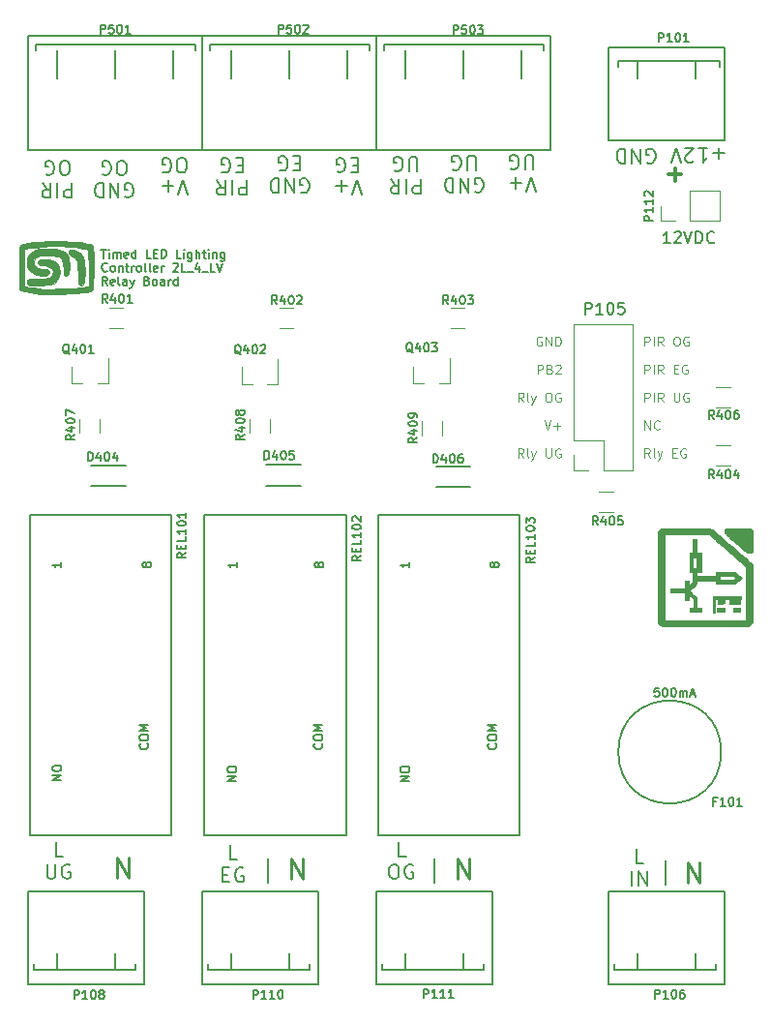
<source format=gbr>
G04 #@! TF.FileFunction,Legend,Top*
%FSLAX46Y46*%
G04 Gerber Fmt 4.6, Leading zero omitted, Abs format (unit mm)*
G04 Created by KiCad (PCBNEW 4.0.0-rc1-stable) date 05/10/2017 19:38:19*
%MOMM*%
G01*
G04 APERTURE LIST*
%ADD10C,0.100000*%
%ADD11C,0.300000*%
%ADD12C,0.177800*%
%ADD13C,0.127000*%
%ADD14C,0.254000*%
%ADD15C,0.200000*%
%ADD16C,0.150000*%
%ADD17C,0.120000*%
%ADD18C,0.010000*%
G04 APERTURE END LIST*
D10*
X94183429Y-87430000D02*
X94107238Y-87391905D01*
X93992953Y-87391905D01*
X93878667Y-87430000D01*
X93802476Y-87506190D01*
X93764381Y-87582381D01*
X93726286Y-87734762D01*
X93726286Y-87849048D01*
X93764381Y-88001429D01*
X93802476Y-88077619D01*
X93878667Y-88153810D01*
X93992953Y-88191905D01*
X94069143Y-88191905D01*
X94183429Y-88153810D01*
X94221524Y-88115714D01*
X94221524Y-87849048D01*
X94069143Y-87849048D01*
X94564381Y-88191905D02*
X94564381Y-87391905D01*
X95021524Y-88191905D01*
X95021524Y-87391905D01*
X95402476Y-88191905D02*
X95402476Y-87391905D01*
X95592952Y-87391905D01*
X95707238Y-87430000D01*
X95783429Y-87506190D01*
X95821524Y-87582381D01*
X95859619Y-87734762D01*
X95859619Y-87849048D01*
X95821524Y-88001429D01*
X95783429Y-88077619D01*
X95707238Y-88153810D01*
X95592952Y-88191905D01*
X95402476Y-88191905D01*
X93840571Y-90631905D02*
X93840571Y-89831905D01*
X94145333Y-89831905D01*
X94221524Y-89870000D01*
X94259619Y-89908095D01*
X94297714Y-89984286D01*
X94297714Y-90098571D01*
X94259619Y-90174762D01*
X94221524Y-90212857D01*
X94145333Y-90250952D01*
X93840571Y-90250952D01*
X94907238Y-90212857D02*
X95021524Y-90250952D01*
X95059619Y-90289048D01*
X95097714Y-90365238D01*
X95097714Y-90479524D01*
X95059619Y-90555714D01*
X95021524Y-90593810D01*
X94945333Y-90631905D01*
X94640571Y-90631905D01*
X94640571Y-89831905D01*
X94907238Y-89831905D01*
X94983428Y-89870000D01*
X95021524Y-89908095D01*
X95059619Y-89984286D01*
X95059619Y-90060476D01*
X95021524Y-90136667D01*
X94983428Y-90174762D01*
X94907238Y-90212857D01*
X94640571Y-90212857D01*
X95402476Y-89908095D02*
X95440571Y-89870000D01*
X95516762Y-89831905D01*
X95707238Y-89831905D01*
X95783428Y-89870000D01*
X95821524Y-89908095D01*
X95859619Y-89984286D01*
X95859619Y-90060476D01*
X95821524Y-90174762D01*
X95364381Y-90631905D01*
X95859619Y-90631905D01*
X92583428Y-93071905D02*
X92316761Y-92690952D01*
X92126285Y-93071905D02*
X92126285Y-92271905D01*
X92431047Y-92271905D01*
X92507238Y-92310000D01*
X92545333Y-92348095D01*
X92583428Y-92424286D01*
X92583428Y-92538571D01*
X92545333Y-92614762D01*
X92507238Y-92652857D01*
X92431047Y-92690952D01*
X92126285Y-92690952D01*
X93040571Y-93071905D02*
X92964380Y-93033810D01*
X92926285Y-92957619D01*
X92926285Y-92271905D01*
X93269143Y-92538571D02*
X93459619Y-93071905D01*
X93650095Y-92538571D02*
X93459619Y-93071905D01*
X93383428Y-93262381D01*
X93345333Y-93300476D01*
X93269143Y-93338571D01*
X94716762Y-92271905D02*
X94869143Y-92271905D01*
X94945334Y-92310000D01*
X95021524Y-92386190D01*
X95059619Y-92538571D01*
X95059619Y-92805238D01*
X95021524Y-92957619D01*
X94945334Y-93033810D01*
X94869143Y-93071905D01*
X94716762Y-93071905D01*
X94640572Y-93033810D01*
X94564381Y-92957619D01*
X94526286Y-92805238D01*
X94526286Y-92538571D01*
X94564381Y-92386190D01*
X94640572Y-92310000D01*
X94716762Y-92271905D01*
X95821524Y-92310000D02*
X95745333Y-92271905D01*
X95631048Y-92271905D01*
X95516762Y-92310000D01*
X95440571Y-92386190D01*
X95402476Y-92462381D01*
X95364381Y-92614762D01*
X95364381Y-92729048D01*
X95402476Y-92881429D01*
X95440571Y-92957619D01*
X95516762Y-93033810D01*
X95631048Y-93071905D01*
X95707238Y-93071905D01*
X95821524Y-93033810D01*
X95859619Y-92995714D01*
X95859619Y-92729048D01*
X95707238Y-92729048D01*
X94412000Y-94711905D02*
X94678667Y-95511905D01*
X94945334Y-94711905D01*
X95212000Y-95207143D02*
X95821524Y-95207143D01*
X95516762Y-95511905D02*
X95516762Y-94902381D01*
X92583428Y-97951905D02*
X92316761Y-97570952D01*
X92126285Y-97951905D02*
X92126285Y-97151905D01*
X92431047Y-97151905D01*
X92507238Y-97190000D01*
X92545333Y-97228095D01*
X92583428Y-97304286D01*
X92583428Y-97418571D01*
X92545333Y-97494762D01*
X92507238Y-97532857D01*
X92431047Y-97570952D01*
X92126285Y-97570952D01*
X93040571Y-97951905D02*
X92964380Y-97913810D01*
X92926285Y-97837619D01*
X92926285Y-97151905D01*
X93269143Y-97418571D02*
X93459619Y-97951905D01*
X93650095Y-97418571D02*
X93459619Y-97951905D01*
X93383428Y-98142381D01*
X93345333Y-98180476D01*
X93269143Y-98218571D01*
X94564381Y-97151905D02*
X94564381Y-97799524D01*
X94602476Y-97875714D01*
X94640572Y-97913810D01*
X94716762Y-97951905D01*
X94869143Y-97951905D01*
X94945334Y-97913810D01*
X94983429Y-97875714D01*
X95021524Y-97799524D01*
X95021524Y-97151905D01*
X95821524Y-97190000D02*
X95745333Y-97151905D01*
X95631048Y-97151905D01*
X95516762Y-97190000D01*
X95440571Y-97266190D01*
X95402476Y-97342381D01*
X95364381Y-97494762D01*
X95364381Y-97609048D01*
X95402476Y-97761429D01*
X95440571Y-97837619D01*
X95516762Y-97913810D01*
X95631048Y-97951905D01*
X95707238Y-97951905D01*
X95821524Y-97913810D01*
X95859619Y-97875714D01*
X95859619Y-97609048D01*
X95707238Y-97609048D01*
X103187476Y-88191905D02*
X103187476Y-87391905D01*
X103492238Y-87391905D01*
X103568429Y-87430000D01*
X103606524Y-87468095D01*
X103644619Y-87544286D01*
X103644619Y-87658571D01*
X103606524Y-87734762D01*
X103568429Y-87772857D01*
X103492238Y-87810952D01*
X103187476Y-87810952D01*
X103987476Y-88191905D02*
X103987476Y-87391905D01*
X104825571Y-88191905D02*
X104558904Y-87810952D01*
X104368428Y-88191905D02*
X104368428Y-87391905D01*
X104673190Y-87391905D01*
X104749381Y-87430000D01*
X104787476Y-87468095D01*
X104825571Y-87544286D01*
X104825571Y-87658571D01*
X104787476Y-87734762D01*
X104749381Y-87772857D01*
X104673190Y-87810952D01*
X104368428Y-87810952D01*
X105930333Y-87391905D02*
X106082714Y-87391905D01*
X106158905Y-87430000D01*
X106235095Y-87506190D01*
X106273190Y-87658571D01*
X106273190Y-87925238D01*
X106235095Y-88077619D01*
X106158905Y-88153810D01*
X106082714Y-88191905D01*
X105930333Y-88191905D01*
X105854143Y-88153810D01*
X105777952Y-88077619D01*
X105739857Y-87925238D01*
X105739857Y-87658571D01*
X105777952Y-87506190D01*
X105854143Y-87430000D01*
X105930333Y-87391905D01*
X107035095Y-87430000D02*
X106958904Y-87391905D01*
X106844619Y-87391905D01*
X106730333Y-87430000D01*
X106654142Y-87506190D01*
X106616047Y-87582381D01*
X106577952Y-87734762D01*
X106577952Y-87849048D01*
X106616047Y-88001429D01*
X106654142Y-88077619D01*
X106730333Y-88153810D01*
X106844619Y-88191905D01*
X106920809Y-88191905D01*
X107035095Y-88153810D01*
X107073190Y-88115714D01*
X107073190Y-87849048D01*
X106920809Y-87849048D01*
X103187476Y-90631905D02*
X103187476Y-89831905D01*
X103492238Y-89831905D01*
X103568429Y-89870000D01*
X103606524Y-89908095D01*
X103644619Y-89984286D01*
X103644619Y-90098571D01*
X103606524Y-90174762D01*
X103568429Y-90212857D01*
X103492238Y-90250952D01*
X103187476Y-90250952D01*
X103987476Y-90631905D02*
X103987476Y-89831905D01*
X104825571Y-90631905D02*
X104558904Y-90250952D01*
X104368428Y-90631905D02*
X104368428Y-89831905D01*
X104673190Y-89831905D01*
X104749381Y-89870000D01*
X104787476Y-89908095D01*
X104825571Y-89984286D01*
X104825571Y-90098571D01*
X104787476Y-90174762D01*
X104749381Y-90212857D01*
X104673190Y-90250952D01*
X104368428Y-90250952D01*
X105777952Y-90212857D02*
X106044619Y-90212857D01*
X106158905Y-90631905D02*
X105777952Y-90631905D01*
X105777952Y-89831905D01*
X106158905Y-89831905D01*
X106920810Y-89870000D02*
X106844619Y-89831905D01*
X106730334Y-89831905D01*
X106616048Y-89870000D01*
X106539857Y-89946190D01*
X106501762Y-90022381D01*
X106463667Y-90174762D01*
X106463667Y-90289048D01*
X106501762Y-90441429D01*
X106539857Y-90517619D01*
X106616048Y-90593810D01*
X106730334Y-90631905D01*
X106806524Y-90631905D01*
X106920810Y-90593810D01*
X106958905Y-90555714D01*
X106958905Y-90289048D01*
X106806524Y-90289048D01*
X103187476Y-93071905D02*
X103187476Y-92271905D01*
X103492238Y-92271905D01*
X103568429Y-92310000D01*
X103606524Y-92348095D01*
X103644619Y-92424286D01*
X103644619Y-92538571D01*
X103606524Y-92614762D01*
X103568429Y-92652857D01*
X103492238Y-92690952D01*
X103187476Y-92690952D01*
X103987476Y-93071905D02*
X103987476Y-92271905D01*
X104825571Y-93071905D02*
X104558904Y-92690952D01*
X104368428Y-93071905D02*
X104368428Y-92271905D01*
X104673190Y-92271905D01*
X104749381Y-92310000D01*
X104787476Y-92348095D01*
X104825571Y-92424286D01*
X104825571Y-92538571D01*
X104787476Y-92614762D01*
X104749381Y-92652857D01*
X104673190Y-92690952D01*
X104368428Y-92690952D01*
X105777952Y-92271905D02*
X105777952Y-92919524D01*
X105816047Y-92995714D01*
X105854143Y-93033810D01*
X105930333Y-93071905D01*
X106082714Y-93071905D01*
X106158905Y-93033810D01*
X106197000Y-92995714D01*
X106235095Y-92919524D01*
X106235095Y-92271905D01*
X107035095Y-92310000D02*
X106958904Y-92271905D01*
X106844619Y-92271905D01*
X106730333Y-92310000D01*
X106654142Y-92386190D01*
X106616047Y-92462381D01*
X106577952Y-92614762D01*
X106577952Y-92729048D01*
X106616047Y-92881429D01*
X106654142Y-92957619D01*
X106730333Y-93033810D01*
X106844619Y-93071905D01*
X106920809Y-93071905D01*
X107035095Y-93033810D01*
X107073190Y-92995714D01*
X107073190Y-92729048D01*
X106920809Y-92729048D01*
X103187476Y-95511905D02*
X103187476Y-94711905D01*
X103644619Y-95511905D01*
X103644619Y-94711905D01*
X104482714Y-95435714D02*
X104444619Y-95473810D01*
X104330333Y-95511905D01*
X104254143Y-95511905D01*
X104139857Y-95473810D01*
X104063666Y-95397619D01*
X104025571Y-95321429D01*
X103987476Y-95169048D01*
X103987476Y-95054762D01*
X104025571Y-94902381D01*
X104063666Y-94826190D01*
X104139857Y-94750000D01*
X104254143Y-94711905D01*
X104330333Y-94711905D01*
X104444619Y-94750000D01*
X104482714Y-94788095D01*
X103644619Y-97951905D02*
X103377952Y-97570952D01*
X103187476Y-97951905D02*
X103187476Y-97151905D01*
X103492238Y-97151905D01*
X103568429Y-97190000D01*
X103606524Y-97228095D01*
X103644619Y-97304286D01*
X103644619Y-97418571D01*
X103606524Y-97494762D01*
X103568429Y-97532857D01*
X103492238Y-97570952D01*
X103187476Y-97570952D01*
X104101762Y-97951905D02*
X104025571Y-97913810D01*
X103987476Y-97837619D01*
X103987476Y-97151905D01*
X104330334Y-97418571D02*
X104520810Y-97951905D01*
X104711286Y-97418571D02*
X104520810Y-97951905D01*
X104444619Y-98142381D01*
X104406524Y-98180476D01*
X104330334Y-98218571D01*
X105625572Y-97532857D02*
X105892239Y-97532857D01*
X106006525Y-97951905D02*
X105625572Y-97951905D01*
X105625572Y-97151905D01*
X106006525Y-97151905D01*
X106768430Y-97190000D02*
X106692239Y-97151905D01*
X106577954Y-97151905D01*
X106463668Y-97190000D01*
X106387477Y-97266190D01*
X106349382Y-97342381D01*
X106311287Y-97494762D01*
X106311287Y-97609048D01*
X106349382Y-97761429D01*
X106387477Y-97837619D01*
X106463668Y-97913810D01*
X106577954Y-97951905D01*
X106654144Y-97951905D01*
X106768430Y-97913810D01*
X106806525Y-97875714D01*
X106806525Y-97609048D01*
X106654144Y-97609048D01*
D11*
X105278572Y-73207143D02*
X106421429Y-73207143D01*
X105850000Y-73778571D02*
X105850000Y-72635714D01*
D12*
X105416048Y-79199619D02*
X104835477Y-79199619D01*
X105125763Y-79199619D02*
X105125763Y-78183619D01*
X105029001Y-78328762D01*
X104932239Y-78425524D01*
X104835477Y-78473905D01*
X105803096Y-78280381D02*
X105851477Y-78232000D01*
X105948239Y-78183619D01*
X106190143Y-78183619D01*
X106286905Y-78232000D01*
X106335286Y-78280381D01*
X106383667Y-78377143D01*
X106383667Y-78473905D01*
X106335286Y-78619048D01*
X105754715Y-79199619D01*
X106383667Y-79199619D01*
X106673953Y-78183619D02*
X107012620Y-79199619D01*
X107351286Y-78183619D01*
X107689953Y-79199619D02*
X107689953Y-78183619D01*
X107931858Y-78183619D01*
X108077000Y-78232000D01*
X108173762Y-78328762D01*
X108222143Y-78425524D01*
X108270524Y-78619048D01*
X108270524Y-78764190D01*
X108222143Y-78957714D01*
X108173762Y-79054476D01*
X108077000Y-79151238D01*
X107931858Y-79199619D01*
X107689953Y-79199619D01*
X109286524Y-79102857D02*
X109238143Y-79151238D01*
X109093000Y-79199619D01*
X108996238Y-79199619D01*
X108851096Y-79151238D01*
X108754334Y-79054476D01*
X108705953Y-78957714D01*
X108657572Y-78764190D01*
X108657572Y-78619048D01*
X108705953Y-78425524D01*
X108754334Y-78328762D01*
X108851096Y-78232000D01*
X108996238Y-78183619D01*
X109093000Y-78183619D01*
X109238143Y-78232000D01*
X109286524Y-78280381D01*
D13*
X104444286Y-118112714D02*
X104081429Y-118112714D01*
X104045143Y-118475571D01*
X104081429Y-118439286D01*
X104154000Y-118403000D01*
X104335429Y-118403000D01*
X104408000Y-118439286D01*
X104444286Y-118475571D01*
X104480571Y-118548143D01*
X104480571Y-118729571D01*
X104444286Y-118802143D01*
X104408000Y-118838429D01*
X104335429Y-118874714D01*
X104154000Y-118874714D01*
X104081429Y-118838429D01*
X104045143Y-118802143D01*
X104952285Y-118112714D02*
X105024857Y-118112714D01*
X105097428Y-118149000D01*
X105133714Y-118185286D01*
X105170000Y-118257857D01*
X105206285Y-118403000D01*
X105206285Y-118584429D01*
X105170000Y-118729571D01*
X105133714Y-118802143D01*
X105097428Y-118838429D01*
X105024857Y-118874714D01*
X104952285Y-118874714D01*
X104879714Y-118838429D01*
X104843428Y-118802143D01*
X104807143Y-118729571D01*
X104770857Y-118584429D01*
X104770857Y-118403000D01*
X104807143Y-118257857D01*
X104843428Y-118185286D01*
X104879714Y-118149000D01*
X104952285Y-118112714D01*
X105677999Y-118112714D02*
X105750571Y-118112714D01*
X105823142Y-118149000D01*
X105859428Y-118185286D01*
X105895714Y-118257857D01*
X105931999Y-118403000D01*
X105931999Y-118584429D01*
X105895714Y-118729571D01*
X105859428Y-118802143D01*
X105823142Y-118838429D01*
X105750571Y-118874714D01*
X105677999Y-118874714D01*
X105605428Y-118838429D01*
X105569142Y-118802143D01*
X105532857Y-118729571D01*
X105496571Y-118584429D01*
X105496571Y-118403000D01*
X105532857Y-118257857D01*
X105569142Y-118185286D01*
X105605428Y-118149000D01*
X105677999Y-118112714D01*
X106258571Y-118874714D02*
X106258571Y-118366714D01*
X106258571Y-118439286D02*
X106294856Y-118403000D01*
X106367428Y-118366714D01*
X106476285Y-118366714D01*
X106548856Y-118403000D01*
X106585142Y-118475571D01*
X106585142Y-118874714D01*
X106585142Y-118475571D02*
X106621428Y-118403000D01*
X106693999Y-118366714D01*
X106802856Y-118366714D01*
X106875428Y-118403000D01*
X106911713Y-118475571D01*
X106911713Y-118874714D01*
X107238285Y-118657000D02*
X107601142Y-118657000D01*
X107165713Y-118874714D02*
X107419713Y-118112714D01*
X107673713Y-118874714D01*
D12*
X103417619Y-72145000D02*
X103538571Y-72205476D01*
X103720000Y-72205476D01*
X103901428Y-72145000D01*
X104022381Y-72024048D01*
X104082857Y-71903095D01*
X104143333Y-71661190D01*
X104143333Y-71479762D01*
X104082857Y-71237857D01*
X104022381Y-71116905D01*
X103901428Y-70995952D01*
X103720000Y-70935476D01*
X103599048Y-70935476D01*
X103417619Y-70995952D01*
X103357143Y-71056429D01*
X103357143Y-71479762D01*
X103599048Y-71479762D01*
X102812857Y-70935476D02*
X102812857Y-72205476D01*
X102087143Y-70935476D01*
X102087143Y-72205476D01*
X101482381Y-70935476D02*
X101482381Y-72205476D01*
X101180000Y-72205476D01*
X100998572Y-72145000D01*
X100877619Y-72024048D01*
X100817143Y-71903095D01*
X100756667Y-71661190D01*
X100756667Y-71479762D01*
X100817143Y-71237857D01*
X100877619Y-71116905D01*
X100998572Y-70995952D01*
X101180000Y-70935476D01*
X101482381Y-70935476D01*
X110177619Y-71349286D02*
X109210000Y-71349286D01*
X109693810Y-70865476D02*
X109693810Y-71833095D01*
X107940000Y-70865476D02*
X108665714Y-70865476D01*
X108302857Y-70865476D02*
X108302857Y-72135476D01*
X108423809Y-71954048D01*
X108544762Y-71833095D01*
X108665714Y-71772619D01*
X107456190Y-72014524D02*
X107395714Y-72075000D01*
X107274762Y-72135476D01*
X106972381Y-72135476D01*
X106851428Y-72075000D01*
X106790952Y-72014524D01*
X106730476Y-71893571D01*
X106730476Y-71772619D01*
X106790952Y-71591190D01*
X107516666Y-70865476D01*
X106730476Y-70865476D01*
X106367619Y-72135476D02*
X105944285Y-70865476D01*
X105520952Y-72135476D01*
X83570000Y-73593376D02*
X83570000Y-74863376D01*
X83086191Y-74863376D01*
X82965238Y-74802900D01*
X82904762Y-74742424D01*
X82844286Y-74621471D01*
X82844286Y-74440043D01*
X82904762Y-74319090D01*
X82965238Y-74258614D01*
X83086191Y-74198138D01*
X83570000Y-74198138D01*
X82300000Y-73593376D02*
X82300000Y-74863376D01*
X80969524Y-73593376D02*
X81392857Y-74198138D01*
X81695238Y-73593376D02*
X81695238Y-74863376D01*
X81211429Y-74863376D01*
X81090476Y-74802900D01*
X81030000Y-74742424D01*
X80969524Y-74621471D01*
X80969524Y-74440043D01*
X81030000Y-74319090D01*
X81090476Y-74258614D01*
X81211429Y-74198138D01*
X81695238Y-74198138D01*
X83297857Y-72907576D02*
X83297857Y-71879481D01*
X83237381Y-71758529D01*
X83176905Y-71698052D01*
X83055952Y-71637576D01*
X82814048Y-71637576D01*
X82693095Y-71698052D01*
X82632619Y-71758529D01*
X82572143Y-71879481D01*
X82572143Y-72907576D01*
X81302143Y-72847100D02*
X81423095Y-72907576D01*
X81604524Y-72907576D01*
X81785952Y-72847100D01*
X81906905Y-72726148D01*
X81967381Y-72605195D01*
X82027857Y-72363290D01*
X82027857Y-72181862D01*
X81967381Y-71939957D01*
X81906905Y-71819005D01*
X81785952Y-71698052D01*
X81604524Y-71637576D01*
X81483572Y-71637576D01*
X81302143Y-71698052D01*
X81241667Y-71758529D01*
X81241667Y-72181862D01*
X81483572Y-72181862D01*
X68380000Y-73713376D02*
X68380000Y-74983376D01*
X67896191Y-74983376D01*
X67775238Y-74922900D01*
X67714762Y-74862424D01*
X67654286Y-74741471D01*
X67654286Y-74560043D01*
X67714762Y-74439090D01*
X67775238Y-74378614D01*
X67896191Y-74318138D01*
X68380000Y-74318138D01*
X67110000Y-73713376D02*
X67110000Y-74983376D01*
X65779524Y-73713376D02*
X66202857Y-74318138D01*
X66505238Y-73713376D02*
X66505238Y-74983376D01*
X66021429Y-74983376D01*
X65900476Y-74922900D01*
X65840000Y-74862424D01*
X65779524Y-74741471D01*
X65779524Y-74560043D01*
X65840000Y-74439090D01*
X65900476Y-74378614D01*
X66021429Y-74318138D01*
X66505238Y-74318138D01*
X68017143Y-72422814D02*
X67593810Y-72422814D01*
X67412381Y-71757576D02*
X68017143Y-71757576D01*
X68017143Y-73027576D01*
X67412381Y-73027576D01*
X66202857Y-72967100D02*
X66323809Y-73027576D01*
X66505238Y-73027576D01*
X66686666Y-72967100D01*
X66807619Y-72846148D01*
X66868095Y-72725195D01*
X66928571Y-72483290D01*
X66928571Y-72301862D01*
X66868095Y-72059957D01*
X66807619Y-71939005D01*
X66686666Y-71818052D01*
X66505238Y-71757576D01*
X66384286Y-71757576D01*
X66202857Y-71818052D01*
X66142381Y-71878529D01*
X66142381Y-72301862D01*
X66384286Y-72301862D01*
X73107619Y-74762900D02*
X73228571Y-74823376D01*
X73410000Y-74823376D01*
X73591428Y-74762900D01*
X73712381Y-74641948D01*
X73772857Y-74520995D01*
X73833333Y-74279090D01*
X73833333Y-74097662D01*
X73772857Y-73855757D01*
X73712381Y-73734805D01*
X73591428Y-73613852D01*
X73410000Y-73553376D01*
X73289048Y-73553376D01*
X73107619Y-73613852D01*
X73047143Y-73674329D01*
X73047143Y-74097662D01*
X73289048Y-74097662D01*
X72502857Y-73553376D02*
X72502857Y-74823376D01*
X71777143Y-73553376D01*
X71777143Y-74823376D01*
X71172381Y-73553376D02*
X71172381Y-74823376D01*
X70870000Y-74823376D01*
X70688572Y-74762900D01*
X70567619Y-74641948D01*
X70507143Y-74520995D01*
X70446667Y-74279090D01*
X70446667Y-74097662D01*
X70507143Y-73855757D01*
X70567619Y-73734805D01*
X70688572Y-73613852D01*
X70870000Y-73553376D01*
X71172381Y-73553376D01*
X73047143Y-72262814D02*
X72623810Y-72262814D01*
X72442381Y-71597576D02*
X73047143Y-71597576D01*
X73047143Y-72867576D01*
X72442381Y-72867576D01*
X71232857Y-72807100D02*
X71353809Y-72867576D01*
X71535238Y-72867576D01*
X71716666Y-72807100D01*
X71837619Y-72686148D01*
X71898095Y-72565195D01*
X71958571Y-72323290D01*
X71958571Y-72141862D01*
X71898095Y-71899957D01*
X71837619Y-71779005D01*
X71716666Y-71658052D01*
X71535238Y-71597576D01*
X71414286Y-71597576D01*
X71232857Y-71658052D01*
X71172381Y-71718529D01*
X71172381Y-72141862D01*
X71414286Y-72141862D01*
X88367619Y-74692900D02*
X88488571Y-74753376D01*
X88670000Y-74753376D01*
X88851428Y-74692900D01*
X88972381Y-74571948D01*
X89032857Y-74450995D01*
X89093333Y-74209090D01*
X89093333Y-74027662D01*
X89032857Y-73785757D01*
X88972381Y-73664805D01*
X88851428Y-73543852D01*
X88670000Y-73483376D01*
X88549048Y-73483376D01*
X88367619Y-73543852D01*
X88307143Y-73604329D01*
X88307143Y-74027662D01*
X88549048Y-74027662D01*
X87762857Y-73483376D02*
X87762857Y-74753376D01*
X87037143Y-73483376D01*
X87037143Y-74753376D01*
X86432381Y-73483376D02*
X86432381Y-74753376D01*
X86130000Y-74753376D01*
X85948572Y-74692900D01*
X85827619Y-74571948D01*
X85767143Y-74450995D01*
X85706667Y-74209090D01*
X85706667Y-74027662D01*
X85767143Y-73785757D01*
X85827619Y-73664805D01*
X85948572Y-73543852D01*
X86130000Y-73483376D01*
X86432381Y-73483376D01*
X88397857Y-72797576D02*
X88397857Y-71769481D01*
X88337381Y-71648529D01*
X88276905Y-71588052D01*
X88155952Y-71527576D01*
X87914048Y-71527576D01*
X87793095Y-71588052D01*
X87732619Y-71648529D01*
X87672143Y-71769481D01*
X87672143Y-72797576D01*
X86402143Y-72737100D02*
X86523095Y-72797576D01*
X86704524Y-72797576D01*
X86885952Y-72737100D01*
X87006905Y-72616148D01*
X87067381Y-72495195D01*
X87127857Y-72253290D01*
X87127857Y-72071862D01*
X87067381Y-71829957D01*
X87006905Y-71709005D01*
X86885952Y-71588052D01*
X86704524Y-71527576D01*
X86583572Y-71527576D01*
X86402143Y-71588052D01*
X86341667Y-71648529D01*
X86341667Y-72071862D01*
X86583572Y-72071862D01*
X93679524Y-74713376D02*
X93256190Y-73443376D01*
X92832857Y-74713376D01*
X92409524Y-73927186D02*
X91441905Y-73927186D01*
X91925715Y-73443376D02*
X91925715Y-74410995D01*
X93467857Y-72757576D02*
X93467857Y-71729481D01*
X93407381Y-71608529D01*
X93346905Y-71548052D01*
X93225952Y-71487576D01*
X92984048Y-71487576D01*
X92863095Y-71548052D01*
X92802619Y-71608529D01*
X92742143Y-71729481D01*
X92742143Y-72757576D01*
X91472143Y-72697100D02*
X91593095Y-72757576D01*
X91774524Y-72757576D01*
X91955952Y-72697100D01*
X92076905Y-72576148D01*
X92137381Y-72455195D01*
X92197857Y-72213290D01*
X92197857Y-72031862D01*
X92137381Y-71789957D01*
X92076905Y-71669005D01*
X91955952Y-71548052D01*
X91774524Y-71487576D01*
X91653572Y-71487576D01*
X91472143Y-71548052D01*
X91411667Y-71608529D01*
X91411667Y-72031862D01*
X91653572Y-72031862D01*
X78399524Y-74973376D02*
X77976190Y-73703376D01*
X77552857Y-74973376D01*
X77129524Y-74187186D02*
X76161905Y-74187186D01*
X76645715Y-73703376D02*
X76645715Y-74670995D01*
X78097143Y-72412814D02*
X77673810Y-72412814D01*
X77492381Y-71747576D02*
X78097143Y-71747576D01*
X78097143Y-73017576D01*
X77492381Y-73017576D01*
X76282857Y-72957100D02*
X76403809Y-73017576D01*
X76585238Y-73017576D01*
X76766666Y-72957100D01*
X76887619Y-72836148D01*
X76948095Y-72715195D01*
X77008571Y-72473290D01*
X77008571Y-72291862D01*
X76948095Y-72049957D01*
X76887619Y-71929005D01*
X76766666Y-71808052D01*
X76585238Y-71747576D01*
X76464286Y-71747576D01*
X76282857Y-71808052D01*
X76222381Y-71868529D01*
X76222381Y-72291862D01*
X76464286Y-72291862D01*
X63239524Y-74983376D02*
X62816190Y-73713376D01*
X62392857Y-74983376D01*
X61969524Y-74197186D02*
X61001905Y-74197186D01*
X61485715Y-73713376D02*
X61485715Y-74680995D01*
X62785952Y-73027576D02*
X62544048Y-73027576D01*
X62423095Y-72967100D01*
X62302143Y-72846148D01*
X62241667Y-72604243D01*
X62241667Y-72180910D01*
X62302143Y-71939005D01*
X62423095Y-71818052D01*
X62544048Y-71757576D01*
X62785952Y-71757576D01*
X62906905Y-71818052D01*
X63027857Y-71939005D01*
X63088333Y-72180910D01*
X63088333Y-72604243D01*
X63027857Y-72846148D01*
X62906905Y-72967100D01*
X62785952Y-73027576D01*
X61032143Y-72967100D02*
X61153095Y-73027576D01*
X61334524Y-73027576D01*
X61515952Y-72967100D01*
X61636905Y-72846148D01*
X61697381Y-72725195D01*
X61757857Y-72483290D01*
X61757857Y-72301862D01*
X61697381Y-72059957D01*
X61636905Y-71939005D01*
X61515952Y-71818052D01*
X61334524Y-71757576D01*
X61213572Y-71757576D01*
X61032143Y-71818052D01*
X60971667Y-71878529D01*
X60971667Y-72301862D01*
X61213572Y-72301862D01*
X57737619Y-75152900D02*
X57858571Y-75213376D01*
X58040000Y-75213376D01*
X58221428Y-75152900D01*
X58342381Y-75031948D01*
X58402857Y-74910995D01*
X58463333Y-74669090D01*
X58463333Y-74487662D01*
X58402857Y-74245757D01*
X58342381Y-74124805D01*
X58221428Y-74003852D01*
X58040000Y-73943376D01*
X57919048Y-73943376D01*
X57737619Y-74003852D01*
X57677143Y-74064329D01*
X57677143Y-74487662D01*
X57919048Y-74487662D01*
X57132857Y-73943376D02*
X57132857Y-75213376D01*
X56407143Y-73943376D01*
X56407143Y-75213376D01*
X55802381Y-73943376D02*
X55802381Y-75213376D01*
X55500000Y-75213376D01*
X55318572Y-75152900D01*
X55197619Y-75031948D01*
X55137143Y-74910995D01*
X55076667Y-74669090D01*
X55076667Y-74487662D01*
X55137143Y-74245757D01*
X55197619Y-74124805D01*
X55318572Y-74003852D01*
X55500000Y-73943376D01*
X55802381Y-73943376D01*
X57525952Y-73257576D02*
X57284048Y-73257576D01*
X57163095Y-73197100D01*
X57042143Y-73076148D01*
X56981667Y-72834243D01*
X56981667Y-72410910D01*
X57042143Y-72169005D01*
X57163095Y-72048052D01*
X57284048Y-71987576D01*
X57525952Y-71987576D01*
X57646905Y-72048052D01*
X57767857Y-72169005D01*
X57828333Y-72410910D01*
X57828333Y-72834243D01*
X57767857Y-73076148D01*
X57646905Y-73197100D01*
X57525952Y-73257576D01*
X55772143Y-73197100D02*
X55893095Y-73257576D01*
X56074524Y-73257576D01*
X56255952Y-73197100D01*
X56376905Y-73076148D01*
X56437381Y-72955195D01*
X56497857Y-72713290D01*
X56497857Y-72531862D01*
X56437381Y-72289957D01*
X56376905Y-72169005D01*
X56255952Y-72048052D01*
X56074524Y-71987576D01*
X55953572Y-71987576D01*
X55772143Y-72048052D01*
X55711667Y-72108529D01*
X55711667Y-72531862D01*
X55953572Y-72531862D01*
X53070000Y-73943376D02*
X53070000Y-75213376D01*
X52586191Y-75213376D01*
X52465238Y-75152900D01*
X52404762Y-75092424D01*
X52344286Y-74971471D01*
X52344286Y-74790043D01*
X52404762Y-74669090D01*
X52465238Y-74608614D01*
X52586191Y-74548138D01*
X53070000Y-74548138D01*
X51800000Y-73943376D02*
X51800000Y-75213376D01*
X50469524Y-73943376D02*
X50892857Y-74548138D01*
X51195238Y-73943376D02*
X51195238Y-75213376D01*
X50711429Y-75213376D01*
X50590476Y-75152900D01*
X50530000Y-75092424D01*
X50469524Y-74971471D01*
X50469524Y-74790043D01*
X50530000Y-74669090D01*
X50590476Y-74608614D01*
X50711429Y-74548138D01*
X51195238Y-74548138D01*
X52555952Y-73257576D02*
X52314048Y-73257576D01*
X52193095Y-73197100D01*
X52072143Y-73076148D01*
X52011667Y-72834243D01*
X52011667Y-72410910D01*
X52072143Y-72169005D01*
X52193095Y-72048052D01*
X52314048Y-71987576D01*
X52555952Y-71987576D01*
X52676905Y-72048052D01*
X52797857Y-72169005D01*
X52858333Y-72410910D01*
X52858333Y-72834243D01*
X52797857Y-73076148D01*
X52676905Y-73197100D01*
X52555952Y-73257576D01*
X50802143Y-73197100D02*
X50923095Y-73257576D01*
X51104524Y-73257576D01*
X51285952Y-73197100D01*
X51406905Y-73076148D01*
X51467381Y-72955195D01*
X51527857Y-72713290D01*
X51527857Y-72531862D01*
X51467381Y-72289957D01*
X51406905Y-72169005D01*
X51285952Y-72048052D01*
X51104524Y-71987576D01*
X50983572Y-71987576D01*
X50802143Y-72048052D01*
X50741667Y-72108529D01*
X50741667Y-72531862D01*
X50983572Y-72531862D01*
X103103096Y-133426624D02*
X102498334Y-133426624D01*
X102498334Y-132156624D01*
X102044762Y-135382424D02*
X102044762Y-134112424D01*
X102649524Y-135382424D02*
X102649524Y-134112424D01*
X103375238Y-135382424D01*
X103375238Y-134112424D01*
X82293096Y-132846624D02*
X81688334Y-132846624D01*
X81688334Y-131576624D01*
X81144048Y-133532424D02*
X81385952Y-133532424D01*
X81506905Y-133592900D01*
X81627857Y-133713852D01*
X81688333Y-133955757D01*
X81688333Y-134379090D01*
X81627857Y-134620995D01*
X81506905Y-134741948D01*
X81385952Y-134802424D01*
X81144048Y-134802424D01*
X81023095Y-134741948D01*
X80902143Y-134620995D01*
X80841667Y-134379090D01*
X80841667Y-133955757D01*
X80902143Y-133713852D01*
X81023095Y-133592900D01*
X81144048Y-133532424D01*
X82897857Y-133592900D02*
X82776905Y-133532424D01*
X82595476Y-133532424D01*
X82414048Y-133592900D01*
X82293095Y-133713852D01*
X82232619Y-133834805D01*
X82172143Y-134076710D01*
X82172143Y-134258138D01*
X82232619Y-134500043D01*
X82293095Y-134620995D01*
X82414048Y-134741948D01*
X82595476Y-134802424D01*
X82716428Y-134802424D01*
X82897857Y-134741948D01*
X82958333Y-134681471D01*
X82958333Y-134258138D01*
X82716428Y-134258138D01*
D14*
X106952000Y-135164333D02*
X106952000Y-133386333D01*
X107968000Y-135164333D01*
X107968000Y-133386333D01*
X86792000Y-134854333D02*
X86792000Y-133076333D01*
X87808000Y-134854333D01*
X87808000Y-133076333D01*
D15*
X84759000Y-133000800D02*
X84759000Y-135185200D01*
X70259000Y-133000800D02*
X70259000Y-135185200D01*
X105063800Y-133170800D02*
X105063800Y-135355200D01*
D12*
X67543096Y-133146624D02*
X66938334Y-133146624D01*
X66938334Y-131876624D01*
X66242857Y-134437186D02*
X66666190Y-134437186D01*
X66847619Y-135102424D02*
X66242857Y-135102424D01*
X66242857Y-133832424D01*
X66847619Y-133832424D01*
X68057143Y-133892900D02*
X67936191Y-133832424D01*
X67754762Y-133832424D01*
X67573334Y-133892900D01*
X67452381Y-134013852D01*
X67391905Y-134134805D01*
X67331429Y-134376710D01*
X67331429Y-134558138D01*
X67391905Y-134800043D01*
X67452381Y-134920995D01*
X67573334Y-135041948D01*
X67754762Y-135102424D01*
X67875714Y-135102424D01*
X68057143Y-135041948D01*
X68117619Y-134981471D01*
X68117619Y-134558138D01*
X67875714Y-134558138D01*
X52293096Y-132846624D02*
X51688334Y-132846624D01*
X51688334Y-131576624D01*
X50902143Y-133532424D02*
X50902143Y-134560519D01*
X50962619Y-134681471D01*
X51023095Y-134741948D01*
X51144048Y-134802424D01*
X51385952Y-134802424D01*
X51506905Y-134741948D01*
X51567381Y-134681471D01*
X51627857Y-134560519D01*
X51627857Y-133532424D01*
X52897857Y-133592900D02*
X52776905Y-133532424D01*
X52595476Y-133532424D01*
X52414048Y-133592900D01*
X52293095Y-133713852D01*
X52232619Y-133834805D01*
X52172143Y-134076710D01*
X52172143Y-134258138D01*
X52232619Y-134500043D01*
X52293095Y-134620995D01*
X52414048Y-134741948D01*
X52595476Y-134802424D01*
X52716428Y-134802424D01*
X52897857Y-134741948D01*
X52958333Y-134681471D01*
X52958333Y-134258138D01*
X52716428Y-134258138D01*
D14*
X72242000Y-134854333D02*
X72242000Y-133076333D01*
X73258000Y-134854333D01*
X73258000Y-133076333D01*
X57042000Y-134704333D02*
X57042000Y-132926333D01*
X58058000Y-134704333D01*
X58058000Y-132926333D01*
D13*
X55622571Y-79738914D02*
X56058000Y-79738914D01*
X55840286Y-80500914D02*
X55840286Y-79738914D01*
X56312000Y-80500914D02*
X56312000Y-79992914D01*
X56312000Y-79738914D02*
X56275714Y-79775200D01*
X56312000Y-79811486D01*
X56348285Y-79775200D01*
X56312000Y-79738914D01*
X56312000Y-79811486D01*
X56674857Y-80500914D02*
X56674857Y-79992914D01*
X56674857Y-80065486D02*
X56711142Y-80029200D01*
X56783714Y-79992914D01*
X56892571Y-79992914D01*
X56965142Y-80029200D01*
X57001428Y-80101771D01*
X57001428Y-80500914D01*
X57001428Y-80101771D02*
X57037714Y-80029200D01*
X57110285Y-79992914D01*
X57219142Y-79992914D01*
X57291714Y-80029200D01*
X57327999Y-80101771D01*
X57327999Y-80500914D01*
X57981142Y-80464629D02*
X57908571Y-80500914D01*
X57763428Y-80500914D01*
X57690857Y-80464629D01*
X57654571Y-80392057D01*
X57654571Y-80101771D01*
X57690857Y-80029200D01*
X57763428Y-79992914D01*
X57908571Y-79992914D01*
X57981142Y-80029200D01*
X58017428Y-80101771D01*
X58017428Y-80174343D01*
X57654571Y-80246914D01*
X58670571Y-80500914D02*
X58670571Y-79738914D01*
X58670571Y-80464629D02*
X58598000Y-80500914D01*
X58452857Y-80500914D01*
X58380285Y-80464629D01*
X58344000Y-80428343D01*
X58307714Y-80355771D01*
X58307714Y-80138057D01*
X58344000Y-80065486D01*
X58380285Y-80029200D01*
X58452857Y-79992914D01*
X58598000Y-79992914D01*
X58670571Y-80029200D01*
X59976857Y-80500914D02*
X59614000Y-80500914D01*
X59614000Y-79738914D01*
X60230857Y-80101771D02*
X60484857Y-80101771D01*
X60593714Y-80500914D02*
X60230857Y-80500914D01*
X60230857Y-79738914D01*
X60593714Y-79738914D01*
X60920286Y-80500914D02*
X60920286Y-79738914D01*
X61101714Y-79738914D01*
X61210571Y-79775200D01*
X61283143Y-79847771D01*
X61319428Y-79920343D01*
X61355714Y-80065486D01*
X61355714Y-80174343D01*
X61319428Y-80319486D01*
X61283143Y-80392057D01*
X61210571Y-80464629D01*
X61101714Y-80500914D01*
X60920286Y-80500914D01*
X62625714Y-80500914D02*
X62262857Y-80500914D01*
X62262857Y-79738914D01*
X62879714Y-80500914D02*
X62879714Y-79992914D01*
X62879714Y-79738914D02*
X62843428Y-79775200D01*
X62879714Y-79811486D01*
X62915999Y-79775200D01*
X62879714Y-79738914D01*
X62879714Y-79811486D01*
X63569142Y-79992914D02*
X63569142Y-80609771D01*
X63532856Y-80682343D01*
X63496571Y-80718629D01*
X63423999Y-80754914D01*
X63315142Y-80754914D01*
X63242571Y-80718629D01*
X63569142Y-80464629D02*
X63496571Y-80500914D01*
X63351428Y-80500914D01*
X63278856Y-80464629D01*
X63242571Y-80428343D01*
X63206285Y-80355771D01*
X63206285Y-80138057D01*
X63242571Y-80065486D01*
X63278856Y-80029200D01*
X63351428Y-79992914D01*
X63496571Y-79992914D01*
X63569142Y-80029200D01*
X63932000Y-80500914D02*
X63932000Y-79738914D01*
X64258571Y-80500914D02*
X64258571Y-80101771D01*
X64222285Y-80029200D01*
X64149714Y-79992914D01*
X64040857Y-79992914D01*
X63968285Y-80029200D01*
X63932000Y-80065486D01*
X64512571Y-79992914D02*
X64802857Y-79992914D01*
X64621429Y-79738914D02*
X64621429Y-80392057D01*
X64657714Y-80464629D01*
X64730286Y-80500914D01*
X64802857Y-80500914D01*
X65056858Y-80500914D02*
X65056858Y-79992914D01*
X65056858Y-79738914D02*
X65020572Y-79775200D01*
X65056858Y-79811486D01*
X65093143Y-79775200D01*
X65056858Y-79738914D01*
X65056858Y-79811486D01*
X65419715Y-79992914D02*
X65419715Y-80500914D01*
X65419715Y-80065486D02*
X65456000Y-80029200D01*
X65528572Y-79992914D01*
X65637429Y-79992914D01*
X65710000Y-80029200D01*
X65746286Y-80101771D01*
X65746286Y-80500914D01*
X66435715Y-79992914D02*
X66435715Y-80609771D01*
X66399429Y-80682343D01*
X66363144Y-80718629D01*
X66290572Y-80754914D01*
X66181715Y-80754914D01*
X66109144Y-80718629D01*
X66435715Y-80464629D02*
X66363144Y-80500914D01*
X66218001Y-80500914D01*
X66145429Y-80464629D01*
X66109144Y-80428343D01*
X66072858Y-80355771D01*
X66072858Y-80138057D01*
X66109144Y-80065486D01*
X66145429Y-80029200D01*
X66218001Y-79992914D01*
X66363144Y-79992914D01*
X66435715Y-80029200D01*
X56166857Y-81622143D02*
X56130571Y-81658429D01*
X56021714Y-81694714D01*
X55949143Y-81694714D01*
X55840286Y-81658429D01*
X55767714Y-81585857D01*
X55731429Y-81513286D01*
X55695143Y-81368143D01*
X55695143Y-81259286D01*
X55731429Y-81114143D01*
X55767714Y-81041571D01*
X55840286Y-80969000D01*
X55949143Y-80932714D01*
X56021714Y-80932714D01*
X56130571Y-80969000D01*
X56166857Y-81005286D01*
X56602286Y-81694714D02*
X56529714Y-81658429D01*
X56493429Y-81622143D01*
X56457143Y-81549571D01*
X56457143Y-81331857D01*
X56493429Y-81259286D01*
X56529714Y-81223000D01*
X56602286Y-81186714D01*
X56711143Y-81186714D01*
X56783714Y-81223000D01*
X56820000Y-81259286D01*
X56856286Y-81331857D01*
X56856286Y-81549571D01*
X56820000Y-81622143D01*
X56783714Y-81658429D01*
X56711143Y-81694714D01*
X56602286Y-81694714D01*
X57182858Y-81186714D02*
X57182858Y-81694714D01*
X57182858Y-81259286D02*
X57219143Y-81223000D01*
X57291715Y-81186714D01*
X57400572Y-81186714D01*
X57473143Y-81223000D01*
X57509429Y-81295571D01*
X57509429Y-81694714D01*
X57763429Y-81186714D02*
X58053715Y-81186714D01*
X57872287Y-80932714D02*
X57872287Y-81585857D01*
X57908572Y-81658429D01*
X57981144Y-81694714D01*
X58053715Y-81694714D01*
X58307716Y-81694714D02*
X58307716Y-81186714D01*
X58307716Y-81331857D02*
X58344001Y-81259286D01*
X58380287Y-81223000D01*
X58452858Y-81186714D01*
X58525430Y-81186714D01*
X58888287Y-81694714D02*
X58815715Y-81658429D01*
X58779430Y-81622143D01*
X58743144Y-81549571D01*
X58743144Y-81331857D01*
X58779430Y-81259286D01*
X58815715Y-81223000D01*
X58888287Y-81186714D01*
X58997144Y-81186714D01*
X59069715Y-81223000D01*
X59106001Y-81259286D01*
X59142287Y-81331857D01*
X59142287Y-81549571D01*
X59106001Y-81622143D01*
X59069715Y-81658429D01*
X58997144Y-81694714D01*
X58888287Y-81694714D01*
X59577716Y-81694714D02*
X59505144Y-81658429D01*
X59468859Y-81585857D01*
X59468859Y-80932714D01*
X59976859Y-81694714D02*
X59904287Y-81658429D01*
X59868002Y-81585857D01*
X59868002Y-80932714D01*
X60557430Y-81658429D02*
X60484859Y-81694714D01*
X60339716Y-81694714D01*
X60267145Y-81658429D01*
X60230859Y-81585857D01*
X60230859Y-81295571D01*
X60267145Y-81223000D01*
X60339716Y-81186714D01*
X60484859Y-81186714D01*
X60557430Y-81223000D01*
X60593716Y-81295571D01*
X60593716Y-81368143D01*
X60230859Y-81440714D01*
X60920288Y-81694714D02*
X60920288Y-81186714D01*
X60920288Y-81331857D02*
X60956573Y-81259286D01*
X60992859Y-81223000D01*
X61065430Y-81186714D01*
X61138002Y-81186714D01*
X61936287Y-81005286D02*
X61972573Y-80969000D01*
X62045144Y-80932714D01*
X62226573Y-80932714D01*
X62299144Y-80969000D01*
X62335430Y-81005286D01*
X62371715Y-81077857D01*
X62371715Y-81150429D01*
X62335430Y-81259286D01*
X61900001Y-81694714D01*
X62371715Y-81694714D01*
X63061144Y-81694714D02*
X62698287Y-81694714D01*
X62698287Y-80932714D01*
X63133715Y-81767286D02*
X63714286Y-81767286D01*
X64222286Y-81186714D02*
X64222286Y-81694714D01*
X64040857Y-80896429D02*
X63859429Y-81440714D01*
X64331143Y-81440714D01*
X64440000Y-81767286D02*
X65020571Y-81767286D01*
X65564857Y-81694714D02*
X65202000Y-81694714D01*
X65202000Y-80932714D01*
X65709999Y-80932714D02*
X65963999Y-81694714D01*
X66217999Y-80932714D01*
X56166857Y-82888514D02*
X55912857Y-82525657D01*
X55731429Y-82888514D02*
X55731429Y-82126514D01*
X56021714Y-82126514D01*
X56094286Y-82162800D01*
X56130571Y-82199086D01*
X56166857Y-82271657D01*
X56166857Y-82380514D01*
X56130571Y-82453086D01*
X56094286Y-82489371D01*
X56021714Y-82525657D01*
X55731429Y-82525657D01*
X56783714Y-82852229D02*
X56711143Y-82888514D01*
X56566000Y-82888514D01*
X56493429Y-82852229D01*
X56457143Y-82779657D01*
X56457143Y-82489371D01*
X56493429Y-82416800D01*
X56566000Y-82380514D01*
X56711143Y-82380514D01*
X56783714Y-82416800D01*
X56820000Y-82489371D01*
X56820000Y-82561943D01*
X56457143Y-82634514D01*
X57255429Y-82888514D02*
X57182857Y-82852229D01*
X57146572Y-82779657D01*
X57146572Y-82126514D01*
X57872286Y-82888514D02*
X57872286Y-82489371D01*
X57836000Y-82416800D01*
X57763429Y-82380514D01*
X57618286Y-82380514D01*
X57545715Y-82416800D01*
X57872286Y-82852229D02*
X57799715Y-82888514D01*
X57618286Y-82888514D01*
X57545715Y-82852229D01*
X57509429Y-82779657D01*
X57509429Y-82707086D01*
X57545715Y-82634514D01*
X57618286Y-82598229D01*
X57799715Y-82598229D01*
X57872286Y-82561943D01*
X58162572Y-82380514D02*
X58344001Y-82888514D01*
X58525429Y-82380514D02*
X58344001Y-82888514D01*
X58271429Y-83069943D01*
X58235144Y-83106229D01*
X58162572Y-83142514D01*
X59650286Y-82489371D02*
X59759143Y-82525657D01*
X59795428Y-82561943D01*
X59831714Y-82634514D01*
X59831714Y-82743371D01*
X59795428Y-82815943D01*
X59759143Y-82852229D01*
X59686571Y-82888514D01*
X59396286Y-82888514D01*
X59396286Y-82126514D01*
X59650286Y-82126514D01*
X59722857Y-82162800D01*
X59759143Y-82199086D01*
X59795428Y-82271657D01*
X59795428Y-82344229D01*
X59759143Y-82416800D01*
X59722857Y-82453086D01*
X59650286Y-82489371D01*
X59396286Y-82489371D01*
X60267143Y-82888514D02*
X60194571Y-82852229D01*
X60158286Y-82815943D01*
X60122000Y-82743371D01*
X60122000Y-82525657D01*
X60158286Y-82453086D01*
X60194571Y-82416800D01*
X60267143Y-82380514D01*
X60376000Y-82380514D01*
X60448571Y-82416800D01*
X60484857Y-82453086D01*
X60521143Y-82525657D01*
X60521143Y-82743371D01*
X60484857Y-82815943D01*
X60448571Y-82852229D01*
X60376000Y-82888514D01*
X60267143Y-82888514D01*
X61174286Y-82888514D02*
X61174286Y-82489371D01*
X61138000Y-82416800D01*
X61065429Y-82380514D01*
X60920286Y-82380514D01*
X60847715Y-82416800D01*
X61174286Y-82852229D02*
X61101715Y-82888514D01*
X60920286Y-82888514D01*
X60847715Y-82852229D01*
X60811429Y-82779657D01*
X60811429Y-82707086D01*
X60847715Y-82634514D01*
X60920286Y-82598229D01*
X61101715Y-82598229D01*
X61174286Y-82561943D01*
X61537144Y-82888514D02*
X61537144Y-82380514D01*
X61537144Y-82525657D02*
X61573429Y-82453086D01*
X61609715Y-82416800D01*
X61682286Y-82380514D01*
X61754858Y-82380514D01*
X62335429Y-82888514D02*
X62335429Y-82126514D01*
X62335429Y-82852229D02*
X62262858Y-82888514D01*
X62117715Y-82888514D01*
X62045143Y-82852229D01*
X62008858Y-82815943D01*
X61972572Y-82743371D01*
X61972572Y-82525657D01*
X62008858Y-82453086D01*
X62045143Y-82416800D01*
X62117715Y-82380514D01*
X62262858Y-82380514D01*
X62335429Y-82416800D01*
D16*
X57750000Y-98650000D02*
X54750000Y-98650000D01*
X57750000Y-100450000D02*
X54750000Y-100450000D01*
X73100000Y-98600000D02*
X70100000Y-98600000D01*
X73100000Y-100400000D02*
X70100000Y-100400000D01*
X87950000Y-98750000D02*
X84950000Y-98750000D01*
X87950000Y-100550000D02*
X84950000Y-100550000D01*
D17*
X53070000Y-91460000D02*
X54000000Y-91460000D01*
X56230000Y-91460000D02*
X55300000Y-91460000D01*
X56230000Y-91460000D02*
X56230000Y-89300000D01*
X53070000Y-91460000D02*
X53070000Y-90000000D01*
X67920000Y-91510000D02*
X68850000Y-91510000D01*
X71080000Y-91510000D02*
X70150000Y-91510000D01*
X71080000Y-91510000D02*
X71080000Y-89350000D01*
X67920000Y-91510000D02*
X67920000Y-90050000D01*
X82970000Y-91460000D02*
X83900000Y-91460000D01*
X86130000Y-91460000D02*
X85200000Y-91460000D01*
X86130000Y-91460000D02*
X86130000Y-89300000D01*
X82970000Y-91460000D02*
X82970000Y-90000000D01*
D16*
X49400000Y-103000000D02*
X61800000Y-103000000D01*
X61800000Y-103000000D02*
X61800000Y-131000000D01*
X61800000Y-131000000D02*
X49400000Y-131000000D01*
X49400000Y-131000000D02*
X49400000Y-103000000D01*
X64660000Y-103000000D02*
X77060000Y-103000000D01*
X77060000Y-103000000D02*
X77060000Y-131000000D01*
X77060000Y-131000000D02*
X64660000Y-131000000D01*
X64660000Y-131000000D02*
X64660000Y-103000000D01*
X79880000Y-103000000D02*
X92280000Y-103000000D01*
X92280000Y-103000000D02*
X92280000Y-131000000D01*
X92280000Y-131000000D02*
X79880000Y-131000000D01*
X79880000Y-131000000D02*
X79880000Y-103000000D01*
X109890000Y-123720000D02*
G75*
G03X109890000Y-123720000I-4500000J0D01*
G01*
D10*
G36*
X54954378Y-80556418D02*
X54952238Y-81150076D01*
X54952000Y-81334945D01*
X54950032Y-81975217D01*
X54943365Y-82465453D01*
X54930856Y-82824914D01*
X54911361Y-83072861D01*
X54883735Y-83228554D01*
X54846835Y-83311252D01*
X54833831Y-83324670D01*
X54666596Y-83396142D01*
X54528667Y-83426474D01*
X54528667Y-82972748D01*
X54528667Y-81379371D01*
X54524611Y-80858909D01*
X54513250Y-80409332D01*
X54495795Y-80055665D01*
X54473453Y-79822937D01*
X54449275Y-79736926D01*
X54337827Y-79706092D01*
X54095552Y-79659619D01*
X53759493Y-79604095D01*
X53412108Y-79552485D01*
X52783640Y-79490536D01*
X52056051Y-79462245D01*
X51286137Y-79466497D01*
X50530692Y-79502179D01*
X49846514Y-79568176D01*
X49448667Y-79630237D01*
X48898333Y-79734859D01*
X48875366Y-81356143D01*
X48852399Y-82977426D01*
X49425699Y-83068198D01*
X49761613Y-83120928D01*
X50066424Y-83168002D01*
X50253000Y-83196091D01*
X50493169Y-83213739D01*
X50864525Y-83220161D01*
X51329383Y-83216617D01*
X51850057Y-83204364D01*
X52388862Y-83184660D01*
X52908112Y-83158761D01*
X53370122Y-83127926D01*
X53737206Y-83093412D01*
X53872500Y-83075306D01*
X54528667Y-82972748D01*
X54528667Y-83426474D01*
X54357275Y-83464166D01*
X53933113Y-83526037D01*
X53421356Y-83579051D01*
X52849249Y-83620504D01*
X52244039Y-83647692D01*
X51632969Y-83657910D01*
X51480667Y-83657483D01*
X50995669Y-83652260D01*
X50556889Y-83644201D01*
X50198154Y-83634183D01*
X49953292Y-83623080D01*
X49872000Y-83615816D01*
X49365428Y-83532236D01*
X48957639Y-83449708D01*
X48672462Y-83373632D01*
X48538500Y-83313674D01*
X48501465Y-83235849D01*
X48473306Y-83060790D01*
X48453198Y-82773075D01*
X48440317Y-82357284D01*
X48433837Y-81797996D01*
X48432667Y-81334945D01*
X48433618Y-80718599D01*
X48437577Y-80250164D01*
X48446200Y-79908224D01*
X48461144Y-79671362D01*
X48484066Y-79518160D01*
X48516622Y-79427203D01*
X48560468Y-79377073D01*
X48585312Y-79361597D01*
X48851200Y-79268179D01*
X49256761Y-79188175D01*
X49772773Y-79122830D01*
X50370015Y-79073389D01*
X51019264Y-79041099D01*
X51691298Y-79027204D01*
X52356896Y-79032950D01*
X52986834Y-79059582D01*
X53551891Y-79108346D01*
X53790193Y-79139783D01*
X54155658Y-79191423D01*
X54435762Y-79236352D01*
X54641766Y-79295847D01*
X54784929Y-79391182D01*
X54876512Y-79543632D01*
X54927775Y-79774471D01*
X54949977Y-80104975D01*
X54954378Y-80556418D01*
X54954378Y-80556418D01*
X54954378Y-80556418D01*
G37*
X54954378Y-80556418D02*
X54952238Y-81150076D01*
X54952000Y-81334945D01*
X54950032Y-81975217D01*
X54943365Y-82465453D01*
X54930856Y-82824914D01*
X54911361Y-83072861D01*
X54883735Y-83228554D01*
X54846835Y-83311252D01*
X54833831Y-83324670D01*
X54666596Y-83396142D01*
X54528667Y-83426474D01*
X54528667Y-82972748D01*
X54528667Y-81379371D01*
X54524611Y-80858909D01*
X54513250Y-80409332D01*
X54495795Y-80055665D01*
X54473453Y-79822937D01*
X54449275Y-79736926D01*
X54337827Y-79706092D01*
X54095552Y-79659619D01*
X53759493Y-79604095D01*
X53412108Y-79552485D01*
X52783640Y-79490536D01*
X52056051Y-79462245D01*
X51286137Y-79466497D01*
X50530692Y-79502179D01*
X49846514Y-79568176D01*
X49448667Y-79630237D01*
X48898333Y-79734859D01*
X48875366Y-81356143D01*
X48852399Y-82977426D01*
X49425699Y-83068198D01*
X49761613Y-83120928D01*
X50066424Y-83168002D01*
X50253000Y-83196091D01*
X50493169Y-83213739D01*
X50864525Y-83220161D01*
X51329383Y-83216617D01*
X51850057Y-83204364D01*
X52388862Y-83184660D01*
X52908112Y-83158761D01*
X53370122Y-83127926D01*
X53737206Y-83093412D01*
X53872500Y-83075306D01*
X54528667Y-82972748D01*
X54528667Y-83426474D01*
X54357275Y-83464166D01*
X53933113Y-83526037D01*
X53421356Y-83579051D01*
X52849249Y-83620504D01*
X52244039Y-83647692D01*
X51632969Y-83657910D01*
X51480667Y-83657483D01*
X50995669Y-83652260D01*
X50556889Y-83644201D01*
X50198154Y-83634183D01*
X49953292Y-83623080D01*
X49872000Y-83615816D01*
X49365428Y-83532236D01*
X48957639Y-83449708D01*
X48672462Y-83373632D01*
X48538500Y-83313674D01*
X48501465Y-83235849D01*
X48473306Y-83060790D01*
X48453198Y-82773075D01*
X48440317Y-82357284D01*
X48433837Y-81797996D01*
X48432667Y-81334945D01*
X48433618Y-80718599D01*
X48437577Y-80250164D01*
X48446200Y-79908224D01*
X48461144Y-79671362D01*
X48484066Y-79518160D01*
X48516622Y-79427203D01*
X48560468Y-79377073D01*
X48585312Y-79361597D01*
X48851200Y-79268179D01*
X49256761Y-79188175D01*
X49772773Y-79122830D01*
X50370015Y-79073389D01*
X51019264Y-79041099D01*
X51691298Y-79027204D01*
X52356896Y-79032950D01*
X52986834Y-79059582D01*
X53551891Y-79108346D01*
X53790193Y-79139783D01*
X54155658Y-79191423D01*
X54435762Y-79236352D01*
X54641766Y-79295847D01*
X54784929Y-79391182D01*
X54876512Y-79543632D01*
X54927775Y-79774471D01*
X54949977Y-80104975D01*
X54954378Y-80556418D01*
X54954378Y-80556418D01*
G36*
X51992670Y-81701396D02*
X51945189Y-82084950D01*
X51780447Y-82434481D01*
X51506161Y-82703811D01*
X51364903Y-82777168D01*
X51176567Y-82827105D01*
X50905715Y-82858878D01*
X50516911Y-82877742D01*
X50295333Y-82883393D01*
X49898939Y-82887691D01*
X49560647Y-82883729D01*
X49318870Y-82872450D01*
X49215833Y-82856953D01*
X49126971Y-82739885D01*
X49118884Y-82561760D01*
X49186694Y-82407596D01*
X49243925Y-82367391D01*
X49382727Y-82345378D01*
X49646799Y-82328077D01*
X49992093Y-82317813D01*
X50217591Y-82316000D01*
X50699135Y-82300429D01*
X51035671Y-82246481D01*
X51249272Y-82143299D01*
X51362013Y-81980028D01*
X51395967Y-81745811D01*
X51396000Y-81736455D01*
X51329502Y-81472492D01*
X51124858Y-81285644D01*
X50774342Y-81170320D01*
X50572924Y-81140904D01*
X50297361Y-81105063D01*
X50150693Y-81059056D01*
X50092873Y-80981255D01*
X50083667Y-80876666D01*
X50094631Y-80762268D01*
X50152964Y-80695955D01*
X50296824Y-80661166D01*
X50564369Y-80641341D01*
X50634000Y-80637817D01*
X51050280Y-80641844D01*
X51349980Y-80706245D01*
X51444279Y-80748786D01*
X51740942Y-80993094D01*
X51924163Y-81324037D01*
X51992670Y-81701396D01*
X51992670Y-81701396D01*
X51992670Y-81701396D01*
G37*
X51992670Y-81701396D02*
X51945189Y-82084950D01*
X51780447Y-82434481D01*
X51506161Y-82703811D01*
X51364903Y-82777168D01*
X51176567Y-82827105D01*
X50905715Y-82858878D01*
X50516911Y-82877742D01*
X50295333Y-82883393D01*
X49898939Y-82887691D01*
X49560647Y-82883729D01*
X49318870Y-82872450D01*
X49215833Y-82856953D01*
X49126971Y-82739885D01*
X49118884Y-82561760D01*
X49186694Y-82407596D01*
X49243925Y-82367391D01*
X49382727Y-82345378D01*
X49646799Y-82328077D01*
X49992093Y-82317813D01*
X50217591Y-82316000D01*
X50699135Y-82300429D01*
X51035671Y-82246481D01*
X51249272Y-82143299D01*
X51362013Y-81980028D01*
X51395967Y-81745811D01*
X51396000Y-81736455D01*
X51329502Y-81472492D01*
X51124858Y-81285644D01*
X50774342Y-81170320D01*
X50572924Y-81140904D01*
X50297361Y-81105063D01*
X50150693Y-81059056D01*
X50092873Y-80981255D01*
X50083667Y-80876666D01*
X50094631Y-80762268D01*
X50152964Y-80695955D01*
X50296824Y-80661166D01*
X50564369Y-80641341D01*
X50634000Y-80637817D01*
X51050280Y-80641844D01*
X51349980Y-80706245D01*
X51444279Y-80748786D01*
X51740942Y-80993094D01*
X51924163Y-81324037D01*
X51992670Y-81701396D01*
X51992670Y-81701396D01*
G36*
X54189068Y-81792399D02*
X54169138Y-82315157D01*
X54108339Y-82678069D01*
X54007294Y-82879846D01*
X53866624Y-82919203D01*
X53698933Y-82807066D01*
X53645682Y-82661488D01*
X53611686Y-82354882D01*
X53597676Y-81894537D01*
X53597333Y-81795050D01*
X53588764Y-81397735D01*
X53565630Y-81045407D01*
X53531790Y-80783877D01*
X53503241Y-80678124D01*
X53359675Y-80508654D01*
X53125328Y-80361565D01*
X53079908Y-80342284D01*
X52858838Y-80231786D01*
X52764007Y-80105972D01*
X52750667Y-80000685D01*
X52814639Y-79824243D01*
X52982569Y-79740667D01*
X53218475Y-79747481D01*
X53486374Y-79842205D01*
X53750284Y-80022361D01*
X53804278Y-80073255D01*
X53955560Y-80249985D01*
X54062216Y-80449797D01*
X54131517Y-80705186D01*
X54170737Y-81048649D01*
X54187149Y-81512682D01*
X54189068Y-81792399D01*
X54189068Y-81792399D01*
X54189068Y-81792399D01*
G37*
X54189068Y-81792399D02*
X54169138Y-82315157D01*
X54108339Y-82678069D01*
X54007294Y-82879846D01*
X53866624Y-82919203D01*
X53698933Y-82807066D01*
X53645682Y-82661488D01*
X53611686Y-82354882D01*
X53597676Y-81894537D01*
X53597333Y-81795050D01*
X53588764Y-81397735D01*
X53565630Y-81045407D01*
X53531790Y-80783877D01*
X53503241Y-80678124D01*
X53359675Y-80508654D01*
X53125328Y-80361565D01*
X53079908Y-80342284D01*
X52858838Y-80231786D01*
X52764007Y-80105972D01*
X52750667Y-80000685D01*
X52814639Y-79824243D01*
X52982569Y-79740667D01*
X53218475Y-79747481D01*
X53486374Y-79842205D01*
X53750284Y-80022361D01*
X53804278Y-80073255D01*
X53955560Y-80249985D01*
X54062216Y-80449797D01*
X54131517Y-80705186D01*
X54170737Y-81048649D01*
X54187149Y-81512682D01*
X54189068Y-81792399D01*
X54189068Y-81792399D01*
G36*
X52845199Y-81426520D02*
X52821174Y-81723519D01*
X52769217Y-81933327D01*
X52708333Y-82007951D01*
X52516305Y-82038023D01*
X52395857Y-81941621D01*
X52337111Y-81704874D01*
X52327333Y-81472909D01*
X52292254Y-80977412D01*
X52184985Y-80627937D01*
X52002479Y-80415931D01*
X51938135Y-80380336D01*
X51760694Y-80337401D01*
X51465586Y-80304319D01*
X51104408Y-80286058D01*
X50937767Y-80284000D01*
X50546142Y-80289548D01*
X50281346Y-80311080D01*
X50101098Y-80355927D01*
X49963114Y-80431422D01*
X49925751Y-80459478D01*
X49746754Y-80688739D01*
X49709202Y-80951950D01*
X49816386Y-81198950D01*
X49873312Y-81258854D01*
X50096206Y-81373454D01*
X50445642Y-81444508D01*
X50529479Y-81452644D01*
X50893848Y-81509077D01*
X51094648Y-81606606D01*
X51132808Y-81746155D01*
X51009257Y-81928647D01*
X51008952Y-81928952D01*
X50811853Y-82026949D01*
X50489223Y-82044715D01*
X50029121Y-81982860D01*
X50012751Y-81979719D01*
X49633002Y-81833080D01*
X49354556Y-81581501D01*
X49181496Y-81258686D01*
X49117901Y-80898335D01*
X49167854Y-80534151D01*
X49335435Y-80199837D01*
X49624726Y-79929094D01*
X49755528Y-79855569D01*
X49938860Y-79776187D01*
X50122289Y-79725824D01*
X50347337Y-79699875D01*
X50655528Y-79693734D01*
X51088384Y-79702796D01*
X51123491Y-79703852D01*
X51616486Y-79726266D01*
X51974435Y-79766823D01*
X52231523Y-79837716D01*
X52421932Y-79951137D01*
X52579845Y-80119277D01*
X52677625Y-80258171D01*
X52757505Y-80458154D01*
X52812582Y-80749259D01*
X52842074Y-81086907D01*
X52845199Y-81426520D01*
X52845199Y-81426520D01*
X52845199Y-81426520D01*
G37*
X52845199Y-81426520D02*
X52821174Y-81723519D01*
X52769217Y-81933327D01*
X52708333Y-82007951D01*
X52516305Y-82038023D01*
X52395857Y-81941621D01*
X52337111Y-81704874D01*
X52327333Y-81472909D01*
X52292254Y-80977412D01*
X52184985Y-80627937D01*
X52002479Y-80415931D01*
X51938135Y-80380336D01*
X51760694Y-80337401D01*
X51465586Y-80304319D01*
X51104408Y-80286058D01*
X50937767Y-80284000D01*
X50546142Y-80289548D01*
X50281346Y-80311080D01*
X50101098Y-80355927D01*
X49963114Y-80431422D01*
X49925751Y-80459478D01*
X49746754Y-80688739D01*
X49709202Y-80951950D01*
X49816386Y-81198950D01*
X49873312Y-81258854D01*
X50096206Y-81373454D01*
X50445642Y-81444508D01*
X50529479Y-81452644D01*
X50893848Y-81509077D01*
X51094648Y-81606606D01*
X51132808Y-81746155D01*
X51009257Y-81928647D01*
X51008952Y-81928952D01*
X50811853Y-82026949D01*
X50489223Y-82044715D01*
X50029121Y-81982860D01*
X50012751Y-81979719D01*
X49633002Y-81833080D01*
X49354556Y-81581501D01*
X49181496Y-81258686D01*
X49117901Y-80898335D01*
X49167854Y-80534151D01*
X49335435Y-80199837D01*
X49624726Y-79929094D01*
X49755528Y-79855569D01*
X49938860Y-79776187D01*
X50122289Y-79725824D01*
X50347337Y-79699875D01*
X50655528Y-79693734D01*
X51088384Y-79702796D01*
X51123491Y-79703852D01*
X51616486Y-79726266D01*
X51974435Y-79766823D01*
X52231523Y-79837716D01*
X52421932Y-79951137D01*
X52579845Y-80119277D01*
X52677625Y-80258171D01*
X52757505Y-80458154D01*
X52812582Y-80749259D01*
X52842074Y-81086907D01*
X52845199Y-81426520D01*
X52845199Y-81426520D01*
D18*
G36*
X107711391Y-104152937D02*
X107967102Y-104153434D01*
X108193137Y-104154298D01*
X108388686Y-104155524D01*
X108552937Y-104157107D01*
X108685079Y-104159043D01*
X108784302Y-104161325D01*
X108849793Y-104163950D01*
X108879314Y-104166617D01*
X108951788Y-104185817D01*
X109030649Y-104215189D01*
X109068910Y-104233057D01*
X109093480Y-104250316D01*
X109142714Y-104288967D01*
X109214613Y-104347301D01*
X109307180Y-104423608D01*
X109418415Y-104516178D01*
X109546320Y-104623304D01*
X109688899Y-104743274D01*
X109844152Y-104874380D01*
X110010081Y-105014913D01*
X110184688Y-105163163D01*
X110365974Y-105317420D01*
X110551943Y-105475975D01*
X110740595Y-105637119D01*
X110929932Y-105799143D01*
X111117956Y-105960336D01*
X111302670Y-106118990D01*
X111482074Y-106273396D01*
X111654170Y-106421843D01*
X111816961Y-106562623D01*
X111968448Y-106694026D01*
X112106633Y-106814342D01*
X112229518Y-106921863D01*
X112335104Y-107014879D01*
X112421394Y-107091681D01*
X112486389Y-107150558D01*
X112528091Y-107189802D01*
X112541779Y-107203994D01*
X112557870Y-107222168D01*
X112572409Y-107238405D01*
X112585473Y-107254491D01*
X112597141Y-107272212D01*
X112607493Y-107293355D01*
X112616605Y-107319704D01*
X112624557Y-107353048D01*
X112631428Y-107395170D01*
X112637296Y-107447857D01*
X112642239Y-107512896D01*
X112646336Y-107592072D01*
X112649667Y-107687171D01*
X112652308Y-107799979D01*
X112654340Y-107932283D01*
X112655840Y-108085867D01*
X112656887Y-108262519D01*
X112657559Y-108464024D01*
X112657936Y-108692168D01*
X112658096Y-108948738D01*
X112658117Y-109235518D01*
X112658077Y-109554295D01*
X112658056Y-109846945D01*
X112658019Y-110190331D01*
X112657896Y-110500202D01*
X112657667Y-110778318D01*
X112657315Y-111026440D01*
X112656818Y-111246332D01*
X112656160Y-111439754D01*
X112655320Y-111608467D01*
X112654279Y-111754234D01*
X112653019Y-111878816D01*
X112651520Y-111983974D01*
X112649763Y-112071470D01*
X112647730Y-112143066D01*
X112645401Y-112200523D01*
X112642757Y-112245603D01*
X112639779Y-112280068D01*
X112636448Y-112305678D01*
X112632745Y-112324196D01*
X112631210Y-112329828D01*
X112587188Y-112424902D01*
X112515305Y-112518163D01*
X112422531Y-112602193D01*
X112315833Y-112669573D01*
X112308680Y-112673151D01*
X112191372Y-112730903D01*
X108513290Y-112734218D01*
X108076803Y-112734577D01*
X107674294Y-112734833D01*
X107304467Y-112734979D01*
X106966024Y-112735007D01*
X106657665Y-112734911D01*
X106378094Y-112734684D01*
X106126011Y-112734319D01*
X105900120Y-112733808D01*
X105699121Y-112733146D01*
X105521717Y-112732324D01*
X105366609Y-112731337D01*
X105232499Y-112730178D01*
X105118090Y-112728838D01*
X105022083Y-112727312D01*
X104943180Y-112725593D01*
X104880083Y-112723673D01*
X104831494Y-112721545D01*
X104796114Y-112719204D01*
X104772646Y-112716641D01*
X104760879Y-112714218D01*
X104643838Y-112663827D01*
X104536040Y-112591742D01*
X104444298Y-112504249D01*
X104375426Y-112407633D01*
X104341070Y-112326959D01*
X104338039Y-112313465D01*
X104335253Y-112293774D01*
X104332704Y-112266511D01*
X104330384Y-112230303D01*
X104328286Y-112183775D01*
X104326401Y-112125553D01*
X104324722Y-112054264D01*
X104323242Y-111968532D01*
X104321952Y-111866985D01*
X104320845Y-111748247D01*
X104319913Y-111610944D01*
X104319149Y-111453703D01*
X104318544Y-111275150D01*
X104318092Y-111073910D01*
X104317784Y-110848608D01*
X104317613Y-110597872D01*
X104317570Y-110320326D01*
X104317650Y-110014598D01*
X104317842Y-109679311D01*
X104318141Y-109313093D01*
X104318538Y-108914570D01*
X104319025Y-108482366D01*
X104319112Y-108408726D01*
X104323544Y-104696389D01*
X104949861Y-104696389D01*
X104949861Y-112192917D01*
X112023056Y-112192917D01*
X112023056Y-107455610D01*
X111903993Y-107358239D01*
X111871842Y-107331299D01*
X111815355Y-107283235D01*
X111736847Y-107216037D01*
X111638629Y-107131699D01*
X111523014Y-107032213D01*
X111392317Y-106919570D01*
X111248848Y-106795763D01*
X111094921Y-106662785D01*
X110932850Y-106522627D01*
X110764946Y-106377281D01*
X110726597Y-106344064D01*
X110547845Y-106189224D01*
X110367135Y-106032703D01*
X110187691Y-105877291D01*
X110012734Y-105725779D01*
X109845486Y-105580956D01*
X109689169Y-105445611D01*
X109547005Y-105322536D01*
X109422217Y-105214519D01*
X109318025Y-105124350D01*
X109245752Y-105061825D01*
X108823240Y-104696389D01*
X104949861Y-104696389D01*
X104323544Y-104696389D01*
X104323681Y-104581736D01*
X104373263Y-104480767D01*
X104448633Y-104367026D01*
X104553603Y-104271665D01*
X104667639Y-104204712D01*
X104764653Y-104158403D01*
X106774318Y-104153698D01*
X107114189Y-104153064D01*
X107426817Y-104152812D01*
X107711391Y-104152937D01*
X107711391Y-104152937D01*
G37*
X107711391Y-104152937D02*
X107967102Y-104153434D01*
X108193137Y-104154298D01*
X108388686Y-104155524D01*
X108552937Y-104157107D01*
X108685079Y-104159043D01*
X108784302Y-104161325D01*
X108849793Y-104163950D01*
X108879314Y-104166617D01*
X108951788Y-104185817D01*
X109030649Y-104215189D01*
X109068910Y-104233057D01*
X109093480Y-104250316D01*
X109142714Y-104288967D01*
X109214613Y-104347301D01*
X109307180Y-104423608D01*
X109418415Y-104516178D01*
X109546320Y-104623304D01*
X109688899Y-104743274D01*
X109844152Y-104874380D01*
X110010081Y-105014913D01*
X110184688Y-105163163D01*
X110365974Y-105317420D01*
X110551943Y-105475975D01*
X110740595Y-105637119D01*
X110929932Y-105799143D01*
X111117956Y-105960336D01*
X111302670Y-106118990D01*
X111482074Y-106273396D01*
X111654170Y-106421843D01*
X111816961Y-106562623D01*
X111968448Y-106694026D01*
X112106633Y-106814342D01*
X112229518Y-106921863D01*
X112335104Y-107014879D01*
X112421394Y-107091681D01*
X112486389Y-107150558D01*
X112528091Y-107189802D01*
X112541779Y-107203994D01*
X112557870Y-107222168D01*
X112572409Y-107238405D01*
X112585473Y-107254491D01*
X112597141Y-107272212D01*
X112607493Y-107293355D01*
X112616605Y-107319704D01*
X112624557Y-107353048D01*
X112631428Y-107395170D01*
X112637296Y-107447857D01*
X112642239Y-107512896D01*
X112646336Y-107592072D01*
X112649667Y-107687171D01*
X112652308Y-107799979D01*
X112654340Y-107932283D01*
X112655840Y-108085867D01*
X112656887Y-108262519D01*
X112657559Y-108464024D01*
X112657936Y-108692168D01*
X112658096Y-108948738D01*
X112658117Y-109235518D01*
X112658077Y-109554295D01*
X112658056Y-109846945D01*
X112658019Y-110190331D01*
X112657896Y-110500202D01*
X112657667Y-110778318D01*
X112657315Y-111026440D01*
X112656818Y-111246332D01*
X112656160Y-111439754D01*
X112655320Y-111608467D01*
X112654279Y-111754234D01*
X112653019Y-111878816D01*
X112651520Y-111983974D01*
X112649763Y-112071470D01*
X112647730Y-112143066D01*
X112645401Y-112200523D01*
X112642757Y-112245603D01*
X112639779Y-112280068D01*
X112636448Y-112305678D01*
X112632745Y-112324196D01*
X112631210Y-112329828D01*
X112587188Y-112424902D01*
X112515305Y-112518163D01*
X112422531Y-112602193D01*
X112315833Y-112669573D01*
X112308680Y-112673151D01*
X112191372Y-112730903D01*
X108513290Y-112734218D01*
X108076803Y-112734577D01*
X107674294Y-112734833D01*
X107304467Y-112734979D01*
X106966024Y-112735007D01*
X106657665Y-112734911D01*
X106378094Y-112734684D01*
X106126011Y-112734319D01*
X105900120Y-112733808D01*
X105699121Y-112733146D01*
X105521717Y-112732324D01*
X105366609Y-112731337D01*
X105232499Y-112730178D01*
X105118090Y-112728838D01*
X105022083Y-112727312D01*
X104943180Y-112725593D01*
X104880083Y-112723673D01*
X104831494Y-112721545D01*
X104796114Y-112719204D01*
X104772646Y-112716641D01*
X104760879Y-112714218D01*
X104643838Y-112663827D01*
X104536040Y-112591742D01*
X104444298Y-112504249D01*
X104375426Y-112407633D01*
X104341070Y-112326959D01*
X104338039Y-112313465D01*
X104335253Y-112293774D01*
X104332704Y-112266511D01*
X104330384Y-112230303D01*
X104328286Y-112183775D01*
X104326401Y-112125553D01*
X104324722Y-112054264D01*
X104323242Y-111968532D01*
X104321952Y-111866985D01*
X104320845Y-111748247D01*
X104319913Y-111610944D01*
X104319149Y-111453703D01*
X104318544Y-111275150D01*
X104318092Y-111073910D01*
X104317784Y-110848608D01*
X104317613Y-110597872D01*
X104317570Y-110320326D01*
X104317650Y-110014598D01*
X104317842Y-109679311D01*
X104318141Y-109313093D01*
X104318538Y-108914570D01*
X104319025Y-108482366D01*
X104319112Y-108408726D01*
X104323544Y-104696389D01*
X104949861Y-104696389D01*
X104949861Y-112192917D01*
X112023056Y-112192917D01*
X112023056Y-107455610D01*
X111903993Y-107358239D01*
X111871842Y-107331299D01*
X111815355Y-107283235D01*
X111736847Y-107216037D01*
X111638629Y-107131699D01*
X111523014Y-107032213D01*
X111392317Y-106919570D01*
X111248848Y-106795763D01*
X111094921Y-106662785D01*
X110932850Y-106522627D01*
X110764946Y-106377281D01*
X110726597Y-106344064D01*
X110547845Y-106189224D01*
X110367135Y-106032703D01*
X110187691Y-105877291D01*
X110012734Y-105725779D01*
X109845486Y-105580956D01*
X109689169Y-105445611D01*
X109547005Y-105322536D01*
X109422217Y-105214519D01*
X109318025Y-105124350D01*
X109245752Y-105061825D01*
X108823240Y-104696389D01*
X104949861Y-104696389D01*
X104323544Y-104696389D01*
X104323681Y-104581736D01*
X104373263Y-104480767D01*
X104448633Y-104367026D01*
X104553603Y-104271665D01*
X104667639Y-104204712D01*
X104764653Y-104158403D01*
X106774318Y-104153698D01*
X107114189Y-104153064D01*
X107426817Y-104152812D01*
X107711391Y-104152937D01*
G36*
X111026852Y-104152139D02*
X111219999Y-104152818D01*
X111391594Y-104153579D01*
X111608675Y-104154650D01*
X111793321Y-104155730D01*
X111948373Y-104156920D01*
X112076673Y-104158317D01*
X112181063Y-104160021D01*
X112264385Y-104162131D01*
X112329482Y-104164746D01*
X112379195Y-104167965D01*
X112416366Y-104171888D01*
X112443836Y-104176612D01*
X112464449Y-104182237D01*
X112481046Y-104188863D01*
X112487072Y-104191753D01*
X112542492Y-104228717D01*
X112593621Y-104277406D01*
X112601725Y-104287378D01*
X112649236Y-104349653D01*
X112654130Y-105210346D01*
X112655292Y-105417132D01*
X112655999Y-105591651D01*
X112655896Y-105736916D01*
X112654631Y-105855938D01*
X112651852Y-105951728D01*
X112647205Y-106027299D01*
X112640337Y-106085661D01*
X112630896Y-106129826D01*
X112618529Y-106162806D01*
X112602883Y-106187613D01*
X112583604Y-106207257D01*
X112560341Y-106224751D01*
X112533153Y-106242832D01*
X112459205Y-106277397D01*
X112371189Y-106297227D01*
X112281042Y-106301475D01*
X112200702Y-106289292D01*
X112155347Y-106269690D01*
X112128572Y-106249593D01*
X112078402Y-106208898D01*
X112007484Y-106149898D01*
X111918463Y-106074885D01*
X111813986Y-105986153D01*
X111696698Y-105885994D01*
X111569246Y-105776701D01*
X111434275Y-105660566D01*
X111294431Y-105539883D01*
X111152362Y-105416943D01*
X111010711Y-105294039D01*
X110872127Y-105173465D01*
X110739253Y-105057513D01*
X110614738Y-104948475D01*
X110501226Y-104848645D01*
X110401363Y-104760315D01*
X110317796Y-104685777D01*
X110253171Y-104627325D01*
X110210133Y-104587251D01*
X110191460Y-104568032D01*
X110166625Y-104526388D01*
X110156118Y-104482553D01*
X110156530Y-104421161D01*
X110157072Y-104413013D01*
X110177559Y-104312037D01*
X110223614Y-104234985D01*
X110295878Y-104180817D01*
X110302045Y-104177802D01*
X110317724Y-104171649D01*
X110338573Y-104166458D01*
X110367386Y-104162168D01*
X110406958Y-104158716D01*
X110460084Y-104156041D01*
X110529559Y-104154081D01*
X110618179Y-104152772D01*
X110728738Y-104152054D01*
X110864030Y-104151864D01*
X111026852Y-104152139D01*
X111026852Y-104152139D01*
G37*
X111026852Y-104152139D02*
X111219999Y-104152818D01*
X111391594Y-104153579D01*
X111608675Y-104154650D01*
X111793321Y-104155730D01*
X111948373Y-104156920D01*
X112076673Y-104158317D01*
X112181063Y-104160021D01*
X112264385Y-104162131D01*
X112329482Y-104164746D01*
X112379195Y-104167965D01*
X112416366Y-104171888D01*
X112443836Y-104176612D01*
X112464449Y-104182237D01*
X112481046Y-104188863D01*
X112487072Y-104191753D01*
X112542492Y-104228717D01*
X112593621Y-104277406D01*
X112601725Y-104287378D01*
X112649236Y-104349653D01*
X112654130Y-105210346D01*
X112655292Y-105417132D01*
X112655999Y-105591651D01*
X112655896Y-105736916D01*
X112654631Y-105855938D01*
X112651852Y-105951728D01*
X112647205Y-106027299D01*
X112640337Y-106085661D01*
X112630896Y-106129826D01*
X112618529Y-106162806D01*
X112602883Y-106187613D01*
X112583604Y-106207257D01*
X112560341Y-106224751D01*
X112533153Y-106242832D01*
X112459205Y-106277397D01*
X112371189Y-106297227D01*
X112281042Y-106301475D01*
X112200702Y-106289292D01*
X112155347Y-106269690D01*
X112128572Y-106249593D01*
X112078402Y-106208898D01*
X112007484Y-106149898D01*
X111918463Y-106074885D01*
X111813986Y-105986153D01*
X111696698Y-105885994D01*
X111569246Y-105776701D01*
X111434275Y-105660566D01*
X111294431Y-105539883D01*
X111152362Y-105416943D01*
X111010711Y-105294039D01*
X110872127Y-105173465D01*
X110739253Y-105057513D01*
X110614738Y-104948475D01*
X110501226Y-104848645D01*
X110401363Y-104760315D01*
X110317796Y-104685777D01*
X110253171Y-104627325D01*
X110210133Y-104587251D01*
X110191460Y-104568032D01*
X110166625Y-104526388D01*
X110156118Y-104482553D01*
X110156530Y-104421161D01*
X110157072Y-104413013D01*
X110177559Y-104312037D01*
X110223614Y-104234985D01*
X110295878Y-104180817D01*
X110302045Y-104177802D01*
X110317724Y-104171649D01*
X110338573Y-104166458D01*
X110367386Y-104162168D01*
X110406958Y-104158716D01*
X110460084Y-104156041D01*
X110529559Y-104154081D01*
X110618179Y-104152772D01*
X110728738Y-104152054D01*
X110864030Y-104151864D01*
X111026852Y-104152139D01*
G36*
X111615969Y-110221771D02*
X111614218Y-110280113D01*
X111610853Y-110318187D01*
X111606541Y-110329133D01*
X111605679Y-110327604D01*
X111596789Y-110322953D01*
X111572723Y-110318957D01*
X111531344Y-110315575D01*
X111470513Y-110312765D01*
X111388093Y-110310486D01*
X111281946Y-110308695D01*
X111149934Y-110307350D01*
X110989919Y-110306410D01*
X110799764Y-110305833D01*
X110577331Y-110305577D01*
X110478183Y-110305556D01*
X109359583Y-110305556D01*
X109359583Y-111505000D01*
X109147917Y-111505000D01*
X109147917Y-110093889D01*
X111617361Y-110093889D01*
X111615969Y-110221771D01*
X111615969Y-110221771D01*
G37*
X111615969Y-110221771D02*
X111614218Y-110280113D01*
X111610853Y-110318187D01*
X111606541Y-110329133D01*
X111605679Y-110327604D01*
X111596789Y-110322953D01*
X111572723Y-110318957D01*
X111531344Y-110315575D01*
X111470513Y-110312765D01*
X111388093Y-110310486D01*
X111281946Y-110308695D01*
X111149934Y-110307350D01*
X110989919Y-110306410D01*
X110799764Y-110305833D01*
X110577331Y-110305577D01*
X110478183Y-110305556D01*
X109359583Y-110305556D01*
X109359583Y-111505000D01*
X109147917Y-111505000D01*
X109147917Y-110093889D01*
X111617361Y-110093889D01*
X111615969Y-110221771D01*
G36*
X111582083Y-111469722D02*
X110911806Y-111469722D01*
X110911806Y-111099306D01*
X111582083Y-111099306D01*
X111582083Y-111469722D01*
X111582083Y-111469722D01*
G37*
X111582083Y-111469722D02*
X110911806Y-111469722D01*
X110911806Y-111099306D01*
X111582083Y-111099306D01*
X111582083Y-111469722D01*
G36*
X107772083Y-106319167D02*
X108124861Y-106319167D01*
X108124861Y-107959583D01*
X107754445Y-107959583D01*
X107754445Y-108347639D01*
X109447778Y-108347639D01*
X109447778Y-107980241D01*
X110272396Y-107973704D01*
X110440134Y-107972597D01*
X110597380Y-107971988D01*
X110740554Y-107971859D01*
X110866072Y-107972195D01*
X110970355Y-107972978D01*
X111049820Y-107974191D01*
X111100887Y-107975819D01*
X111119710Y-107977668D01*
X111140117Y-107992680D01*
X111180794Y-108026817D01*
X111237059Y-108075826D01*
X111304232Y-108135454D01*
X111377630Y-108201447D01*
X111452574Y-108269551D01*
X111524380Y-108335513D01*
X111588368Y-108395078D01*
X111639858Y-108443993D01*
X111674166Y-108478004D01*
X111686609Y-108492784D01*
X111674300Y-108507676D01*
X111639143Y-108542050D01*
X111584995Y-108592340D01*
X111515718Y-108654983D01*
X111435170Y-108726413D01*
X111404884Y-108752958D01*
X111121851Y-109000278D01*
X110631609Y-109000278D01*
X110479259Y-108999805D01*
X110316485Y-108998477D01*
X110153173Y-108996433D01*
X109999206Y-108993808D01*
X109864469Y-108990740D01*
X109794573Y-108988663D01*
X109447778Y-108977049D01*
X109447778Y-108700417D01*
X107749531Y-108700417D01*
X107762400Y-108793021D01*
X107769007Y-108839099D01*
X107773124Y-108877570D01*
X107772435Y-108911618D01*
X107764626Y-108944422D01*
X107747381Y-108979164D01*
X107718386Y-109019026D01*
X107675324Y-109067189D01*
X107615881Y-109126834D01*
X107537741Y-109201143D01*
X107438589Y-109293297D01*
X107316109Y-109406479D01*
X107315640Y-109406913D01*
X107114960Y-109592482D01*
X107426439Y-109880663D01*
X107514691Y-109963007D01*
X107594767Y-110039042D01*
X107662820Y-110105006D01*
X107714998Y-110157137D01*
X107747451Y-110191671D01*
X107756115Y-110202843D01*
X107762051Y-110232107D01*
X107766794Y-110293593D01*
X107770236Y-110384261D01*
X107772267Y-110501072D01*
X107772779Y-110640985D01*
X107772703Y-110668075D01*
X107771094Y-111099306D01*
X108142500Y-111099306D01*
X108142500Y-111434445D01*
X107119445Y-111434445D01*
X107119445Y-111099306D01*
X107454583Y-111099306D01*
X107453673Y-110733299D01*
X107452762Y-110367292D01*
X107272874Y-110205089D01*
X107092986Y-110042885D01*
X107087980Y-110227137D01*
X107082973Y-110411389D01*
X106731389Y-110411389D01*
X106731389Y-109723472D01*
X105443750Y-109723472D01*
X105443750Y-109370695D01*
X106731389Y-109370695D01*
X106731389Y-108700417D01*
X107083113Y-108700417D01*
X107088049Y-108921327D01*
X107092986Y-109142238D01*
X107255274Y-108996293D01*
X107417562Y-108850347D01*
X107417993Y-108629861D01*
X109800556Y-108629861D01*
X110395868Y-108629335D01*
X110991181Y-108628808D01*
X111149931Y-108488344D01*
X111061736Y-108409535D01*
X110973542Y-108330726D01*
X109800556Y-108330000D01*
X109800556Y-108629861D01*
X107417993Y-108629861D01*
X107419306Y-107959583D01*
X107101806Y-107959583D01*
X107101806Y-106671945D01*
X107436945Y-106671945D01*
X107436945Y-107606806D01*
X107772083Y-107606806D01*
X107772083Y-106671945D01*
X107436945Y-106671945D01*
X107101806Y-106671945D01*
X107101806Y-106319167D01*
X107436945Y-106319167D01*
X107436945Y-105066806D01*
X107772083Y-105066806D01*
X107772083Y-106319167D01*
X107772083Y-106319167D01*
G37*
X107772083Y-106319167D02*
X108124861Y-106319167D01*
X108124861Y-107959583D01*
X107754445Y-107959583D01*
X107754445Y-108347639D01*
X109447778Y-108347639D01*
X109447778Y-107980241D01*
X110272396Y-107973704D01*
X110440134Y-107972597D01*
X110597380Y-107971988D01*
X110740554Y-107971859D01*
X110866072Y-107972195D01*
X110970355Y-107972978D01*
X111049820Y-107974191D01*
X111100887Y-107975819D01*
X111119710Y-107977668D01*
X111140117Y-107992680D01*
X111180794Y-108026817D01*
X111237059Y-108075826D01*
X111304232Y-108135454D01*
X111377630Y-108201447D01*
X111452574Y-108269551D01*
X111524380Y-108335513D01*
X111588368Y-108395078D01*
X111639858Y-108443993D01*
X111674166Y-108478004D01*
X111686609Y-108492784D01*
X111674300Y-108507676D01*
X111639143Y-108542050D01*
X111584995Y-108592340D01*
X111515718Y-108654983D01*
X111435170Y-108726413D01*
X111404884Y-108752958D01*
X111121851Y-109000278D01*
X110631609Y-109000278D01*
X110479259Y-108999805D01*
X110316485Y-108998477D01*
X110153173Y-108996433D01*
X109999206Y-108993808D01*
X109864469Y-108990740D01*
X109794573Y-108988663D01*
X109447778Y-108977049D01*
X109447778Y-108700417D01*
X107749531Y-108700417D01*
X107762400Y-108793021D01*
X107769007Y-108839099D01*
X107773124Y-108877570D01*
X107772435Y-108911618D01*
X107764626Y-108944422D01*
X107747381Y-108979164D01*
X107718386Y-109019026D01*
X107675324Y-109067189D01*
X107615881Y-109126834D01*
X107537741Y-109201143D01*
X107438589Y-109293297D01*
X107316109Y-109406479D01*
X107315640Y-109406913D01*
X107114960Y-109592482D01*
X107426439Y-109880663D01*
X107514691Y-109963007D01*
X107594767Y-110039042D01*
X107662820Y-110105006D01*
X107714998Y-110157137D01*
X107747451Y-110191671D01*
X107756115Y-110202843D01*
X107762051Y-110232107D01*
X107766794Y-110293593D01*
X107770236Y-110384261D01*
X107772267Y-110501072D01*
X107772779Y-110640985D01*
X107772703Y-110668075D01*
X107771094Y-111099306D01*
X108142500Y-111099306D01*
X108142500Y-111434445D01*
X107119445Y-111434445D01*
X107119445Y-111099306D01*
X107454583Y-111099306D01*
X107453673Y-110733299D01*
X107452762Y-110367292D01*
X107272874Y-110205089D01*
X107092986Y-110042885D01*
X107087980Y-110227137D01*
X107082973Y-110411389D01*
X106731389Y-110411389D01*
X106731389Y-109723472D01*
X105443750Y-109723472D01*
X105443750Y-109370695D01*
X106731389Y-109370695D01*
X106731389Y-108700417D01*
X107083113Y-108700417D01*
X107088049Y-108921327D01*
X107092986Y-109142238D01*
X107255274Y-108996293D01*
X107417562Y-108850347D01*
X107417993Y-108629861D01*
X109800556Y-108629861D01*
X110395868Y-108629335D01*
X110991181Y-108628808D01*
X111149931Y-108488344D01*
X111061736Y-108409535D01*
X110973542Y-108330726D01*
X109800556Y-108330000D01*
X109800556Y-108629861D01*
X107417993Y-108629861D01*
X107419306Y-107959583D01*
X107101806Y-107959583D01*
X107101806Y-106671945D01*
X107436945Y-106671945D01*
X107436945Y-107606806D01*
X107772083Y-107606806D01*
X107772083Y-106671945D01*
X107436945Y-106671945D01*
X107101806Y-106671945D01*
X107101806Y-106319167D01*
X107436945Y-106319167D01*
X107436945Y-105066806D01*
X107772083Y-105066806D01*
X107772083Y-106319167D01*
G36*
X110223889Y-111434445D02*
X109483056Y-111434445D01*
X109483056Y-111116945D01*
X110223889Y-111116945D01*
X110223889Y-111434445D01*
X110223889Y-111434445D01*
G37*
X110223889Y-111434445D02*
X109483056Y-111434445D01*
X109483056Y-111116945D01*
X110223889Y-111116945D01*
X110223889Y-111434445D01*
G36*
X111564445Y-110746528D02*
X110576667Y-110746528D01*
X110576667Y-110464306D01*
X111564445Y-110464306D01*
X111564445Y-110746528D01*
X111564445Y-110746528D01*
G37*
X111564445Y-110746528D02*
X110576667Y-110746528D01*
X110576667Y-110464306D01*
X111564445Y-110464306D01*
X111564445Y-110746528D01*
G36*
X109884340Y-110450669D02*
X110197431Y-110455486D01*
X110197431Y-110720070D01*
X109884340Y-110724886D01*
X109571250Y-110729703D01*
X109571250Y-110445853D01*
X109884340Y-110450669D01*
X109884340Y-110450669D01*
G37*
X109884340Y-110450669D02*
X110197431Y-110455486D01*
X110197431Y-110720070D01*
X109884340Y-110724886D01*
X109571250Y-110729703D01*
X109571250Y-110445853D01*
X109884340Y-110450669D01*
D16*
X51810000Y-64800000D02*
X51810000Y-62300000D01*
X56890000Y-64800000D02*
X56890000Y-62300000D01*
X61970000Y-64800000D02*
X61970000Y-62300000D01*
X63890000Y-62300000D02*
X63890000Y-61800000D01*
X63890000Y-61800000D02*
X49890000Y-61800000D01*
X49890000Y-61800000D02*
X49890000Y-62300000D01*
X64510000Y-71100000D02*
X49270000Y-71100000D01*
X49270000Y-71100000D02*
X49270000Y-61100000D01*
X49270000Y-61100000D02*
X64510000Y-61100000D01*
X64510000Y-61100000D02*
X64510000Y-71100000D01*
X67050000Y-64800000D02*
X67050000Y-62300000D01*
X72130000Y-64800000D02*
X72130000Y-62300000D01*
X77210000Y-64800000D02*
X77210000Y-62300000D01*
X79130000Y-62300000D02*
X79130000Y-61800000D01*
X79130000Y-61800000D02*
X65130000Y-61800000D01*
X65130000Y-61800000D02*
X65130000Y-62300000D01*
X79750000Y-71100000D02*
X64510000Y-71100000D01*
X64510000Y-71100000D02*
X64510000Y-61100000D01*
X64510000Y-61100000D02*
X79750000Y-61100000D01*
X79750000Y-61100000D02*
X79750000Y-71100000D01*
X82290000Y-64800000D02*
X82290000Y-62300000D01*
X87370000Y-64800000D02*
X87370000Y-62300000D01*
X92450000Y-64800000D02*
X92450000Y-62300000D01*
X94370000Y-62300000D02*
X94370000Y-61800000D01*
X94370000Y-61800000D02*
X80370000Y-61800000D01*
X80370000Y-61800000D02*
X80370000Y-62300000D01*
X94990000Y-71100000D02*
X79750000Y-71100000D01*
X79750000Y-71100000D02*
X79750000Y-61100000D01*
X79750000Y-61100000D02*
X94990000Y-61100000D01*
X94990000Y-61100000D02*
X94990000Y-71100000D01*
X109790000Y-63300000D02*
X100890000Y-63300000D01*
X100890000Y-63300000D02*
X100890000Y-63800000D01*
X102610000Y-64800000D02*
X102610000Y-63300000D01*
X107690000Y-64800000D02*
X107690000Y-63300000D01*
X109790000Y-63800000D02*
X109790000Y-63300000D01*
X110230000Y-70200000D02*
X100070000Y-70200000D01*
X100070000Y-70200000D02*
X100070000Y-62100000D01*
X100070000Y-62100000D02*
X110230000Y-62100000D01*
X110230000Y-62100000D02*
X110230000Y-70200000D01*
X49710000Y-142800000D02*
X58610000Y-142800000D01*
X58610000Y-142800000D02*
X58610000Y-142300000D01*
X56890000Y-141300000D02*
X56890000Y-142800000D01*
X51810000Y-141300000D02*
X51810000Y-142800000D01*
X49710000Y-142300000D02*
X49710000Y-142800000D01*
X49270000Y-135900000D02*
X59430000Y-135900000D01*
X59430000Y-135900000D02*
X59430000Y-144000000D01*
X59430000Y-144000000D02*
X49270000Y-144000000D01*
X49270000Y-144000000D02*
X49270000Y-135900000D01*
X64950000Y-142800000D02*
X73850000Y-142800000D01*
X73850000Y-142800000D02*
X73850000Y-142300000D01*
X72130000Y-141300000D02*
X72130000Y-142800000D01*
X67050000Y-141300000D02*
X67050000Y-142800000D01*
X64950000Y-142300000D02*
X64950000Y-142800000D01*
X64510000Y-135900000D02*
X74670000Y-135900000D01*
X74670000Y-135900000D02*
X74670000Y-144000000D01*
X74670000Y-144000000D02*
X64510000Y-144000000D01*
X64510000Y-144000000D02*
X64510000Y-135900000D01*
X80190000Y-142800000D02*
X89090000Y-142800000D01*
X89090000Y-142800000D02*
X89090000Y-142300000D01*
X87370000Y-141300000D02*
X87370000Y-142800000D01*
X82290000Y-141300000D02*
X82290000Y-142800000D01*
X80190000Y-142300000D02*
X80190000Y-142800000D01*
X79750000Y-135900000D02*
X89910000Y-135900000D01*
X89910000Y-135900000D02*
X89910000Y-144000000D01*
X89910000Y-144000000D02*
X79750000Y-144000000D01*
X79750000Y-144000000D02*
X79750000Y-135900000D01*
X100510000Y-142800000D02*
X109410000Y-142800000D01*
X109410000Y-142800000D02*
X109410000Y-142300000D01*
X107690000Y-141300000D02*
X107690000Y-142800000D01*
X102610000Y-141300000D02*
X102610000Y-142800000D01*
X100510000Y-142300000D02*
X100510000Y-142800000D01*
X100070000Y-135900000D02*
X110230000Y-135900000D01*
X110230000Y-135900000D02*
X110230000Y-144000000D01*
X110230000Y-144000000D02*
X100070000Y-144000000D01*
X100070000Y-144000000D02*
X100070000Y-135900000D01*
D17*
X109770000Y-77280000D02*
X109770000Y-74620000D01*
X107170000Y-77280000D02*
X109770000Y-77280000D01*
X107170000Y-74620000D02*
X109770000Y-74620000D01*
X107170000Y-77280000D02*
X107170000Y-74620000D01*
X105900000Y-77280000D02*
X104570000Y-77280000D01*
X104570000Y-77280000D02*
X104570000Y-75950000D01*
X57540000Y-86660000D02*
X56340000Y-86660000D01*
X56340000Y-84900000D02*
X57540000Y-84900000D01*
X72410000Y-86660000D02*
X71210000Y-86660000D01*
X71210000Y-84900000D02*
X72410000Y-84900000D01*
X87440000Y-86660000D02*
X86240000Y-86660000D01*
X86240000Y-84900000D02*
X87440000Y-84900000D01*
X109460000Y-96880000D02*
X110660000Y-96880000D01*
X110660000Y-98640000D02*
X109460000Y-98640000D01*
X100422000Y-102734000D02*
X99222000Y-102734000D01*
X99222000Y-100974000D02*
X100422000Y-100974000D01*
X109460000Y-91800000D02*
X110660000Y-91800000D01*
X110660000Y-93560000D02*
X109460000Y-93560000D01*
X55480000Y-94600000D02*
X55480000Y-95800000D01*
X53720000Y-95800000D02*
X53720000Y-94600000D01*
X70380000Y-94600000D02*
X70380000Y-95800000D01*
X68620000Y-95800000D02*
X68620000Y-94600000D01*
X85430000Y-94800000D02*
X85430000Y-96000000D01*
X83670000Y-96000000D02*
X83670000Y-94800000D01*
X96968000Y-96480000D02*
X96968000Y-86260000D01*
X96968000Y-86260000D02*
X102168000Y-86260000D01*
X102168000Y-86260000D02*
X102168000Y-99080000D01*
X102168000Y-99080000D02*
X99568000Y-99080000D01*
X99568000Y-99080000D02*
X99568000Y-96480000D01*
X99568000Y-96480000D02*
X96968000Y-96480000D01*
X96968000Y-97750000D02*
X96968000Y-99080000D01*
X96968000Y-99080000D02*
X98238000Y-99080000D01*
D13*
X54461858Y-98243714D02*
X54461858Y-97481714D01*
X54643286Y-97481714D01*
X54752143Y-97518000D01*
X54824715Y-97590571D01*
X54861000Y-97663143D01*
X54897286Y-97808286D01*
X54897286Y-97917143D01*
X54861000Y-98062286D01*
X54824715Y-98134857D01*
X54752143Y-98207429D01*
X54643286Y-98243714D01*
X54461858Y-98243714D01*
X55550429Y-97735714D02*
X55550429Y-98243714D01*
X55369000Y-97445429D02*
X55187572Y-97989714D01*
X55659286Y-97989714D01*
X56094714Y-97481714D02*
X56167286Y-97481714D01*
X56239857Y-97518000D01*
X56276143Y-97554286D01*
X56312429Y-97626857D01*
X56348714Y-97772000D01*
X56348714Y-97953429D01*
X56312429Y-98098571D01*
X56276143Y-98171143D01*
X56239857Y-98207429D01*
X56167286Y-98243714D01*
X56094714Y-98243714D01*
X56022143Y-98207429D01*
X55985857Y-98171143D01*
X55949572Y-98098571D01*
X55913286Y-97953429D01*
X55913286Y-97772000D01*
X55949572Y-97626857D01*
X55985857Y-97554286D01*
X56022143Y-97518000D01*
X56094714Y-97481714D01*
X57001857Y-97735714D02*
X57001857Y-98243714D01*
X56820428Y-97445429D02*
X56639000Y-97989714D01*
X57110714Y-97989714D01*
X69913458Y-98142914D02*
X69913458Y-97380914D01*
X70094886Y-97380914D01*
X70203743Y-97417200D01*
X70276315Y-97489771D01*
X70312600Y-97562343D01*
X70348886Y-97707486D01*
X70348886Y-97816343D01*
X70312600Y-97961486D01*
X70276315Y-98034057D01*
X70203743Y-98106629D01*
X70094886Y-98142914D01*
X69913458Y-98142914D01*
X71002029Y-97634914D02*
X71002029Y-98142914D01*
X70820600Y-97344629D02*
X70639172Y-97888914D01*
X71110886Y-97888914D01*
X71546314Y-97380914D02*
X71618886Y-97380914D01*
X71691457Y-97417200D01*
X71727743Y-97453486D01*
X71764029Y-97526057D01*
X71800314Y-97671200D01*
X71800314Y-97852629D01*
X71764029Y-97997771D01*
X71727743Y-98070343D01*
X71691457Y-98106629D01*
X71618886Y-98142914D01*
X71546314Y-98142914D01*
X71473743Y-98106629D01*
X71437457Y-98070343D01*
X71401172Y-97997771D01*
X71364886Y-97852629D01*
X71364886Y-97671200D01*
X71401172Y-97526057D01*
X71437457Y-97453486D01*
X71473743Y-97417200D01*
X71546314Y-97380914D01*
X72489743Y-97380914D02*
X72126886Y-97380914D01*
X72090600Y-97743771D01*
X72126886Y-97707486D01*
X72199457Y-97671200D01*
X72380886Y-97671200D01*
X72453457Y-97707486D01*
X72489743Y-97743771D01*
X72526028Y-97816343D01*
X72526028Y-97997771D01*
X72489743Y-98070343D01*
X72453457Y-98106629D01*
X72380886Y-98142914D01*
X72199457Y-98142914D01*
X72126886Y-98106629D01*
X72090600Y-98070343D01*
X84687258Y-98419914D02*
X84687258Y-97657914D01*
X84868686Y-97657914D01*
X84977543Y-97694200D01*
X85050115Y-97766771D01*
X85086400Y-97839343D01*
X85122686Y-97984486D01*
X85122686Y-98093343D01*
X85086400Y-98238486D01*
X85050115Y-98311057D01*
X84977543Y-98383629D01*
X84868686Y-98419914D01*
X84687258Y-98419914D01*
X85775829Y-97911914D02*
X85775829Y-98419914D01*
X85594400Y-97621629D02*
X85412972Y-98165914D01*
X85884686Y-98165914D01*
X86320114Y-97657914D02*
X86392686Y-97657914D01*
X86465257Y-97694200D01*
X86501543Y-97730486D01*
X86537829Y-97803057D01*
X86574114Y-97948200D01*
X86574114Y-98129629D01*
X86537829Y-98274771D01*
X86501543Y-98347343D01*
X86465257Y-98383629D01*
X86392686Y-98419914D01*
X86320114Y-98419914D01*
X86247543Y-98383629D01*
X86211257Y-98347343D01*
X86174972Y-98274771D01*
X86138686Y-98129629D01*
X86138686Y-97948200D01*
X86174972Y-97803057D01*
X86211257Y-97730486D01*
X86247543Y-97694200D01*
X86320114Y-97657914D01*
X87227257Y-97657914D02*
X87082114Y-97657914D01*
X87009543Y-97694200D01*
X86973257Y-97730486D01*
X86900686Y-97839343D01*
X86864400Y-97984486D01*
X86864400Y-98274771D01*
X86900686Y-98347343D01*
X86936971Y-98383629D01*
X87009543Y-98419914D01*
X87154686Y-98419914D01*
X87227257Y-98383629D01*
X87263543Y-98347343D01*
X87299828Y-98274771D01*
X87299828Y-98093343D01*
X87263543Y-98020771D01*
X87227257Y-97984486D01*
X87154686Y-97948200D01*
X87009543Y-97948200D01*
X86936971Y-97984486D01*
X86900686Y-98020771D01*
X86864400Y-98093343D01*
X52835715Y-88882086D02*
X52763143Y-88845800D01*
X52690572Y-88773229D01*
X52581715Y-88664371D01*
X52509143Y-88628086D01*
X52436572Y-88628086D01*
X52472857Y-88809514D02*
X52400286Y-88773229D01*
X52327715Y-88700657D01*
X52291429Y-88555514D01*
X52291429Y-88301514D01*
X52327715Y-88156371D01*
X52400286Y-88083800D01*
X52472857Y-88047514D01*
X52618000Y-88047514D01*
X52690572Y-88083800D01*
X52763143Y-88156371D01*
X52799429Y-88301514D01*
X52799429Y-88555514D01*
X52763143Y-88700657D01*
X52690572Y-88773229D01*
X52618000Y-88809514D01*
X52472857Y-88809514D01*
X53452572Y-88301514D02*
X53452572Y-88809514D01*
X53271143Y-88011229D02*
X53089715Y-88555514D01*
X53561429Y-88555514D01*
X53996857Y-88047514D02*
X54069429Y-88047514D01*
X54142000Y-88083800D01*
X54178286Y-88120086D01*
X54214572Y-88192657D01*
X54250857Y-88337800D01*
X54250857Y-88519229D01*
X54214572Y-88664371D01*
X54178286Y-88736943D01*
X54142000Y-88773229D01*
X54069429Y-88809514D01*
X53996857Y-88809514D01*
X53924286Y-88773229D01*
X53888000Y-88736943D01*
X53851715Y-88664371D01*
X53815429Y-88519229D01*
X53815429Y-88337800D01*
X53851715Y-88192657D01*
X53888000Y-88120086D01*
X53924286Y-88083800D01*
X53996857Y-88047514D01*
X54976571Y-88809514D02*
X54541143Y-88809514D01*
X54758857Y-88809514D02*
X54758857Y-88047514D01*
X54686286Y-88156371D01*
X54613714Y-88228943D01*
X54541143Y-88265229D01*
X67863515Y-88932086D02*
X67790943Y-88895800D01*
X67718372Y-88823229D01*
X67609515Y-88714371D01*
X67536943Y-88678086D01*
X67464372Y-88678086D01*
X67500657Y-88859514D02*
X67428086Y-88823229D01*
X67355515Y-88750657D01*
X67319229Y-88605514D01*
X67319229Y-88351514D01*
X67355515Y-88206371D01*
X67428086Y-88133800D01*
X67500657Y-88097514D01*
X67645800Y-88097514D01*
X67718372Y-88133800D01*
X67790943Y-88206371D01*
X67827229Y-88351514D01*
X67827229Y-88605514D01*
X67790943Y-88750657D01*
X67718372Y-88823229D01*
X67645800Y-88859514D01*
X67500657Y-88859514D01*
X68480372Y-88351514D02*
X68480372Y-88859514D01*
X68298943Y-88061229D02*
X68117515Y-88605514D01*
X68589229Y-88605514D01*
X69024657Y-88097514D02*
X69097229Y-88097514D01*
X69169800Y-88133800D01*
X69206086Y-88170086D01*
X69242372Y-88242657D01*
X69278657Y-88387800D01*
X69278657Y-88569229D01*
X69242372Y-88714371D01*
X69206086Y-88786943D01*
X69169800Y-88823229D01*
X69097229Y-88859514D01*
X69024657Y-88859514D01*
X68952086Y-88823229D01*
X68915800Y-88786943D01*
X68879515Y-88714371D01*
X68843229Y-88569229D01*
X68843229Y-88387800D01*
X68879515Y-88242657D01*
X68915800Y-88170086D01*
X68952086Y-88133800D01*
X69024657Y-88097514D01*
X69568943Y-88170086D02*
X69605229Y-88133800D01*
X69677800Y-88097514D01*
X69859229Y-88097514D01*
X69931800Y-88133800D01*
X69968086Y-88170086D01*
X70004371Y-88242657D01*
X70004371Y-88315229D01*
X69968086Y-88424086D01*
X69532657Y-88859514D01*
X70004371Y-88859514D01*
X82888115Y-88780486D02*
X82815543Y-88744200D01*
X82742972Y-88671629D01*
X82634115Y-88562771D01*
X82561543Y-88526486D01*
X82488972Y-88526486D01*
X82525257Y-88707914D02*
X82452686Y-88671629D01*
X82380115Y-88599057D01*
X82343829Y-88453914D01*
X82343829Y-88199914D01*
X82380115Y-88054771D01*
X82452686Y-87982200D01*
X82525257Y-87945914D01*
X82670400Y-87945914D01*
X82742972Y-87982200D01*
X82815543Y-88054771D01*
X82851829Y-88199914D01*
X82851829Y-88453914D01*
X82815543Y-88599057D01*
X82742972Y-88671629D01*
X82670400Y-88707914D01*
X82525257Y-88707914D01*
X83504972Y-88199914D02*
X83504972Y-88707914D01*
X83323543Y-87909629D02*
X83142115Y-88453914D01*
X83613829Y-88453914D01*
X84049257Y-87945914D02*
X84121829Y-87945914D01*
X84194400Y-87982200D01*
X84230686Y-88018486D01*
X84266972Y-88091057D01*
X84303257Y-88236200D01*
X84303257Y-88417629D01*
X84266972Y-88562771D01*
X84230686Y-88635343D01*
X84194400Y-88671629D01*
X84121829Y-88707914D01*
X84049257Y-88707914D01*
X83976686Y-88671629D01*
X83940400Y-88635343D01*
X83904115Y-88562771D01*
X83867829Y-88417629D01*
X83867829Y-88236200D01*
X83904115Y-88091057D01*
X83940400Y-88018486D01*
X83976686Y-87982200D01*
X84049257Y-87945914D01*
X84557257Y-87945914D02*
X85028971Y-87945914D01*
X84774971Y-88236200D01*
X84883829Y-88236200D01*
X84956400Y-88272486D01*
X84992686Y-88308771D01*
X85028971Y-88381343D01*
X85028971Y-88562771D01*
X84992686Y-88635343D01*
X84956400Y-88671629D01*
X84883829Y-88707914D01*
X84666114Y-88707914D01*
X84593543Y-88671629D01*
X84557257Y-88635343D01*
X63044714Y-106255857D02*
X62681857Y-106509857D01*
X63044714Y-106691285D02*
X62282714Y-106691285D01*
X62282714Y-106401000D01*
X62319000Y-106328428D01*
X62355286Y-106292143D01*
X62427857Y-106255857D01*
X62536714Y-106255857D01*
X62609286Y-106292143D01*
X62645571Y-106328428D01*
X62681857Y-106401000D01*
X62681857Y-106691285D01*
X62645571Y-105929285D02*
X62645571Y-105675285D01*
X63044714Y-105566428D02*
X63044714Y-105929285D01*
X62282714Y-105929285D01*
X62282714Y-105566428D01*
X63044714Y-104876999D02*
X63044714Y-105239856D01*
X62282714Y-105239856D01*
X63044714Y-104223857D02*
X63044714Y-104659285D01*
X63044714Y-104441571D02*
X62282714Y-104441571D01*
X62391571Y-104514142D01*
X62464143Y-104586714D01*
X62500429Y-104659285D01*
X62282714Y-103752143D02*
X62282714Y-103679571D01*
X62319000Y-103607000D01*
X62355286Y-103570714D01*
X62427857Y-103534428D01*
X62573000Y-103498143D01*
X62754429Y-103498143D01*
X62899571Y-103534428D01*
X62972143Y-103570714D01*
X63008429Y-103607000D01*
X63044714Y-103679571D01*
X63044714Y-103752143D01*
X63008429Y-103824714D01*
X62972143Y-103861000D01*
X62899571Y-103897285D01*
X62754429Y-103933571D01*
X62573000Y-103933571D01*
X62427857Y-103897285D01*
X62355286Y-103861000D01*
X62319000Y-103824714D01*
X62282714Y-103752143D01*
X63044714Y-102772429D02*
X63044714Y-103207857D01*
X63044714Y-102990143D02*
X62282714Y-102990143D01*
X62391571Y-103062714D01*
X62464143Y-103135286D01*
X62500429Y-103207857D01*
X59559286Y-107422571D02*
X59523000Y-107495143D01*
X59486714Y-107531428D01*
X59414143Y-107567714D01*
X59377857Y-107567714D01*
X59305286Y-107531428D01*
X59269000Y-107495143D01*
X59232714Y-107422571D01*
X59232714Y-107277428D01*
X59269000Y-107204857D01*
X59305286Y-107168571D01*
X59377857Y-107132286D01*
X59414143Y-107132286D01*
X59486714Y-107168571D01*
X59523000Y-107204857D01*
X59559286Y-107277428D01*
X59559286Y-107422571D01*
X59595571Y-107495143D01*
X59631857Y-107531428D01*
X59704429Y-107567714D01*
X59849571Y-107567714D01*
X59922143Y-107531428D01*
X59958429Y-107495143D01*
X59994714Y-107422571D01*
X59994714Y-107277428D01*
X59958429Y-107204857D01*
X59922143Y-107168571D01*
X59849571Y-107132286D01*
X59704429Y-107132286D01*
X59631857Y-107168571D01*
X59595571Y-107204857D01*
X59559286Y-107277428D01*
X52144714Y-107132286D02*
X52144714Y-107567714D01*
X52144714Y-107350000D02*
X51382714Y-107350000D01*
X51491571Y-107422571D01*
X51564143Y-107495143D01*
X51600429Y-107567714D01*
X59672143Y-122998714D02*
X59708429Y-123035000D01*
X59744714Y-123143857D01*
X59744714Y-123216428D01*
X59708429Y-123325285D01*
X59635857Y-123397857D01*
X59563286Y-123434142D01*
X59418143Y-123470428D01*
X59309286Y-123470428D01*
X59164143Y-123434142D01*
X59091571Y-123397857D01*
X59019000Y-123325285D01*
X58982714Y-123216428D01*
X58982714Y-123143857D01*
X59019000Y-123035000D01*
X59055286Y-122998714D01*
X58982714Y-122527000D02*
X58982714Y-122381857D01*
X59019000Y-122309285D01*
X59091571Y-122236714D01*
X59236714Y-122200428D01*
X59490714Y-122200428D01*
X59635857Y-122236714D01*
X59708429Y-122309285D01*
X59744714Y-122381857D01*
X59744714Y-122527000D01*
X59708429Y-122599571D01*
X59635857Y-122672142D01*
X59490714Y-122708428D01*
X59236714Y-122708428D01*
X59091571Y-122672142D01*
X59019000Y-122599571D01*
X58982714Y-122527000D01*
X59744714Y-121873856D02*
X58982714Y-121873856D01*
X59527000Y-121619856D01*
X58982714Y-121365856D01*
X59744714Y-121365856D01*
X52144714Y-126166857D02*
X51382714Y-126166857D01*
X52144714Y-125731429D01*
X51382714Y-125731429D01*
X51382714Y-125223429D02*
X51382714Y-125078286D01*
X51419000Y-125005714D01*
X51491571Y-124933143D01*
X51636714Y-124896857D01*
X51890714Y-124896857D01*
X52035857Y-124933143D01*
X52108429Y-125005714D01*
X52144714Y-125078286D01*
X52144714Y-125223429D01*
X52108429Y-125296000D01*
X52035857Y-125368571D01*
X51890714Y-125404857D01*
X51636714Y-125404857D01*
X51491571Y-125368571D01*
X51419000Y-125296000D01*
X51382714Y-125223429D01*
X78354714Y-106555857D02*
X77991857Y-106809857D01*
X78354714Y-106991285D02*
X77592714Y-106991285D01*
X77592714Y-106701000D01*
X77629000Y-106628428D01*
X77665286Y-106592143D01*
X77737857Y-106555857D01*
X77846714Y-106555857D01*
X77919286Y-106592143D01*
X77955571Y-106628428D01*
X77991857Y-106701000D01*
X77991857Y-106991285D01*
X77955571Y-106229285D02*
X77955571Y-105975285D01*
X78354714Y-105866428D02*
X78354714Y-106229285D01*
X77592714Y-106229285D01*
X77592714Y-105866428D01*
X78354714Y-105176999D02*
X78354714Y-105539856D01*
X77592714Y-105539856D01*
X78354714Y-104523857D02*
X78354714Y-104959285D01*
X78354714Y-104741571D02*
X77592714Y-104741571D01*
X77701571Y-104814142D01*
X77774143Y-104886714D01*
X77810429Y-104959285D01*
X77592714Y-104052143D02*
X77592714Y-103979571D01*
X77629000Y-103907000D01*
X77665286Y-103870714D01*
X77737857Y-103834428D01*
X77883000Y-103798143D01*
X78064429Y-103798143D01*
X78209571Y-103834428D01*
X78282143Y-103870714D01*
X78318429Y-103907000D01*
X78354714Y-103979571D01*
X78354714Y-104052143D01*
X78318429Y-104124714D01*
X78282143Y-104161000D01*
X78209571Y-104197285D01*
X78064429Y-104233571D01*
X77883000Y-104233571D01*
X77737857Y-104197285D01*
X77665286Y-104161000D01*
X77629000Y-104124714D01*
X77592714Y-104052143D01*
X77665286Y-103507857D02*
X77629000Y-103471571D01*
X77592714Y-103399000D01*
X77592714Y-103217571D01*
X77629000Y-103145000D01*
X77665286Y-103108714D01*
X77737857Y-103072429D01*
X77810429Y-103072429D01*
X77919286Y-103108714D01*
X78354714Y-103544143D01*
X78354714Y-103072429D01*
X74659286Y-107422571D02*
X74623000Y-107495143D01*
X74586714Y-107531428D01*
X74514143Y-107567714D01*
X74477857Y-107567714D01*
X74405286Y-107531428D01*
X74369000Y-107495143D01*
X74332714Y-107422571D01*
X74332714Y-107277428D01*
X74369000Y-107204857D01*
X74405286Y-107168571D01*
X74477857Y-107132286D01*
X74514143Y-107132286D01*
X74586714Y-107168571D01*
X74623000Y-107204857D01*
X74659286Y-107277428D01*
X74659286Y-107422571D01*
X74695571Y-107495143D01*
X74731857Y-107531428D01*
X74804429Y-107567714D01*
X74949571Y-107567714D01*
X75022143Y-107531428D01*
X75058429Y-107495143D01*
X75094714Y-107422571D01*
X75094714Y-107277428D01*
X75058429Y-107204857D01*
X75022143Y-107168571D01*
X74949571Y-107132286D01*
X74804429Y-107132286D01*
X74731857Y-107168571D01*
X74695571Y-107204857D01*
X74659286Y-107277428D01*
X67494714Y-107132286D02*
X67494714Y-107567714D01*
X67494714Y-107350000D02*
X66732714Y-107350000D01*
X66841571Y-107422571D01*
X66914143Y-107495143D01*
X66950429Y-107567714D01*
X74932143Y-122998714D02*
X74968429Y-123035000D01*
X75004714Y-123143857D01*
X75004714Y-123216428D01*
X74968429Y-123325285D01*
X74895857Y-123397857D01*
X74823286Y-123434142D01*
X74678143Y-123470428D01*
X74569286Y-123470428D01*
X74424143Y-123434142D01*
X74351571Y-123397857D01*
X74279000Y-123325285D01*
X74242714Y-123216428D01*
X74242714Y-123143857D01*
X74279000Y-123035000D01*
X74315286Y-122998714D01*
X74242714Y-122527000D02*
X74242714Y-122381857D01*
X74279000Y-122309285D01*
X74351571Y-122236714D01*
X74496714Y-122200428D01*
X74750714Y-122200428D01*
X74895857Y-122236714D01*
X74968429Y-122309285D01*
X75004714Y-122381857D01*
X75004714Y-122527000D01*
X74968429Y-122599571D01*
X74895857Y-122672142D01*
X74750714Y-122708428D01*
X74496714Y-122708428D01*
X74351571Y-122672142D01*
X74279000Y-122599571D01*
X74242714Y-122527000D01*
X75004714Y-121873856D02*
X74242714Y-121873856D01*
X74787000Y-121619856D01*
X74242714Y-121365856D01*
X75004714Y-121365856D01*
X67444714Y-126266857D02*
X66682714Y-126266857D01*
X67444714Y-125831429D01*
X66682714Y-125831429D01*
X66682714Y-125323429D02*
X66682714Y-125178286D01*
X66719000Y-125105714D01*
X66791571Y-125033143D01*
X66936714Y-124996857D01*
X67190714Y-124996857D01*
X67335857Y-125033143D01*
X67408429Y-125105714D01*
X67444714Y-125178286D01*
X67444714Y-125323429D01*
X67408429Y-125396000D01*
X67335857Y-125468571D01*
X67190714Y-125504857D01*
X66936714Y-125504857D01*
X66791571Y-125468571D01*
X66719000Y-125396000D01*
X66682714Y-125323429D01*
X93574714Y-106705857D02*
X93211857Y-106959857D01*
X93574714Y-107141285D02*
X92812714Y-107141285D01*
X92812714Y-106851000D01*
X92849000Y-106778428D01*
X92885286Y-106742143D01*
X92957857Y-106705857D01*
X93066714Y-106705857D01*
X93139286Y-106742143D01*
X93175571Y-106778428D01*
X93211857Y-106851000D01*
X93211857Y-107141285D01*
X93175571Y-106379285D02*
X93175571Y-106125285D01*
X93574714Y-106016428D02*
X93574714Y-106379285D01*
X92812714Y-106379285D01*
X92812714Y-106016428D01*
X93574714Y-105326999D02*
X93574714Y-105689856D01*
X92812714Y-105689856D01*
X93574714Y-104673857D02*
X93574714Y-105109285D01*
X93574714Y-104891571D02*
X92812714Y-104891571D01*
X92921571Y-104964142D01*
X92994143Y-105036714D01*
X93030429Y-105109285D01*
X92812714Y-104202143D02*
X92812714Y-104129571D01*
X92849000Y-104057000D01*
X92885286Y-104020714D01*
X92957857Y-103984428D01*
X93103000Y-103948143D01*
X93284429Y-103948143D01*
X93429571Y-103984428D01*
X93502143Y-104020714D01*
X93538429Y-104057000D01*
X93574714Y-104129571D01*
X93574714Y-104202143D01*
X93538429Y-104274714D01*
X93502143Y-104311000D01*
X93429571Y-104347285D01*
X93284429Y-104383571D01*
X93103000Y-104383571D01*
X92957857Y-104347285D01*
X92885286Y-104311000D01*
X92849000Y-104274714D01*
X92812714Y-104202143D01*
X92812714Y-103694143D02*
X92812714Y-103222429D01*
X93103000Y-103476429D01*
X93103000Y-103367571D01*
X93139286Y-103295000D01*
X93175571Y-103258714D01*
X93248143Y-103222429D01*
X93429571Y-103222429D01*
X93502143Y-103258714D01*
X93538429Y-103295000D01*
X93574714Y-103367571D01*
X93574714Y-103585286D01*
X93538429Y-103657857D01*
X93502143Y-103694143D01*
X90009286Y-107422571D02*
X89973000Y-107495143D01*
X89936714Y-107531428D01*
X89864143Y-107567714D01*
X89827857Y-107567714D01*
X89755286Y-107531428D01*
X89719000Y-107495143D01*
X89682714Y-107422571D01*
X89682714Y-107277428D01*
X89719000Y-107204857D01*
X89755286Y-107168571D01*
X89827857Y-107132286D01*
X89864143Y-107132286D01*
X89936714Y-107168571D01*
X89973000Y-107204857D01*
X90009286Y-107277428D01*
X90009286Y-107422571D01*
X90045571Y-107495143D01*
X90081857Y-107531428D01*
X90154429Y-107567714D01*
X90299571Y-107567714D01*
X90372143Y-107531428D01*
X90408429Y-107495143D01*
X90444714Y-107422571D01*
X90444714Y-107277428D01*
X90408429Y-107204857D01*
X90372143Y-107168571D01*
X90299571Y-107132286D01*
X90154429Y-107132286D01*
X90081857Y-107168571D01*
X90045571Y-107204857D01*
X90009286Y-107277428D01*
X82594714Y-107132286D02*
X82594714Y-107567714D01*
X82594714Y-107350000D02*
X81832714Y-107350000D01*
X81941571Y-107422571D01*
X82014143Y-107495143D01*
X82050429Y-107567714D01*
X90152143Y-122998714D02*
X90188429Y-123035000D01*
X90224714Y-123143857D01*
X90224714Y-123216428D01*
X90188429Y-123325285D01*
X90115857Y-123397857D01*
X90043286Y-123434142D01*
X89898143Y-123470428D01*
X89789286Y-123470428D01*
X89644143Y-123434142D01*
X89571571Y-123397857D01*
X89499000Y-123325285D01*
X89462714Y-123216428D01*
X89462714Y-123143857D01*
X89499000Y-123035000D01*
X89535286Y-122998714D01*
X89462714Y-122527000D02*
X89462714Y-122381857D01*
X89499000Y-122309285D01*
X89571571Y-122236714D01*
X89716714Y-122200428D01*
X89970714Y-122200428D01*
X90115857Y-122236714D01*
X90188429Y-122309285D01*
X90224714Y-122381857D01*
X90224714Y-122527000D01*
X90188429Y-122599571D01*
X90115857Y-122672142D01*
X89970714Y-122708428D01*
X89716714Y-122708428D01*
X89571571Y-122672142D01*
X89499000Y-122599571D01*
X89462714Y-122527000D01*
X90224714Y-121873856D02*
X89462714Y-121873856D01*
X90007000Y-121619856D01*
X89462714Y-121365856D01*
X90224714Y-121365856D01*
X82594714Y-126266857D02*
X81832714Y-126266857D01*
X82594714Y-125831429D01*
X81832714Y-125831429D01*
X81832714Y-125323429D02*
X81832714Y-125178286D01*
X81869000Y-125105714D01*
X81941571Y-125033143D01*
X82086714Y-124996857D01*
X82340714Y-124996857D01*
X82485857Y-125033143D01*
X82558429Y-125105714D01*
X82594714Y-125178286D01*
X82594714Y-125323429D01*
X82558429Y-125396000D01*
X82485857Y-125468571D01*
X82340714Y-125504857D01*
X82086714Y-125504857D01*
X81941571Y-125468571D01*
X81869000Y-125396000D01*
X81832714Y-125323429D01*
X109470287Y-128035571D02*
X109216287Y-128035571D01*
X109216287Y-128434714D02*
X109216287Y-127672714D01*
X109579144Y-127672714D01*
X110268572Y-128434714D02*
X109833144Y-128434714D01*
X110050858Y-128434714D02*
X110050858Y-127672714D01*
X109978287Y-127781571D01*
X109905715Y-127854143D01*
X109833144Y-127890429D01*
X110740286Y-127672714D02*
X110812858Y-127672714D01*
X110885429Y-127709000D01*
X110921715Y-127745286D01*
X110958001Y-127817857D01*
X110994286Y-127963000D01*
X110994286Y-128144429D01*
X110958001Y-128289571D01*
X110921715Y-128362143D01*
X110885429Y-128398429D01*
X110812858Y-128434714D01*
X110740286Y-128434714D01*
X110667715Y-128398429D01*
X110631429Y-128362143D01*
X110595144Y-128289571D01*
X110558858Y-128144429D01*
X110558858Y-127963000D01*
X110595144Y-127817857D01*
X110631429Y-127745286D01*
X110667715Y-127709000D01*
X110740286Y-127672714D01*
X111720000Y-128434714D02*
X111284572Y-128434714D01*
X111502286Y-128434714D02*
X111502286Y-127672714D01*
X111429715Y-127781571D01*
X111357143Y-127854143D01*
X111284572Y-127890429D01*
X55571858Y-60864714D02*
X55571858Y-60102714D01*
X55862143Y-60102714D01*
X55934715Y-60139000D01*
X55971000Y-60175286D01*
X56007286Y-60247857D01*
X56007286Y-60356714D01*
X55971000Y-60429286D01*
X55934715Y-60465571D01*
X55862143Y-60501857D01*
X55571858Y-60501857D01*
X56696715Y-60102714D02*
X56333858Y-60102714D01*
X56297572Y-60465571D01*
X56333858Y-60429286D01*
X56406429Y-60393000D01*
X56587858Y-60393000D01*
X56660429Y-60429286D01*
X56696715Y-60465571D01*
X56733000Y-60538143D01*
X56733000Y-60719571D01*
X56696715Y-60792143D01*
X56660429Y-60828429D01*
X56587858Y-60864714D01*
X56406429Y-60864714D01*
X56333858Y-60828429D01*
X56297572Y-60792143D01*
X57204714Y-60102714D02*
X57277286Y-60102714D01*
X57349857Y-60139000D01*
X57386143Y-60175286D01*
X57422429Y-60247857D01*
X57458714Y-60393000D01*
X57458714Y-60574429D01*
X57422429Y-60719571D01*
X57386143Y-60792143D01*
X57349857Y-60828429D01*
X57277286Y-60864714D01*
X57204714Y-60864714D01*
X57132143Y-60828429D01*
X57095857Y-60792143D01*
X57059572Y-60719571D01*
X57023286Y-60574429D01*
X57023286Y-60393000D01*
X57059572Y-60247857D01*
X57095857Y-60175286D01*
X57132143Y-60139000D01*
X57204714Y-60102714D01*
X58184428Y-60864714D02*
X57749000Y-60864714D01*
X57966714Y-60864714D02*
X57966714Y-60102714D01*
X57894143Y-60211571D01*
X57821571Y-60284143D01*
X57749000Y-60320429D01*
X71131858Y-60864714D02*
X71131858Y-60102714D01*
X71422143Y-60102714D01*
X71494715Y-60139000D01*
X71531000Y-60175286D01*
X71567286Y-60247857D01*
X71567286Y-60356714D01*
X71531000Y-60429286D01*
X71494715Y-60465571D01*
X71422143Y-60501857D01*
X71131858Y-60501857D01*
X72256715Y-60102714D02*
X71893858Y-60102714D01*
X71857572Y-60465571D01*
X71893858Y-60429286D01*
X71966429Y-60393000D01*
X72147858Y-60393000D01*
X72220429Y-60429286D01*
X72256715Y-60465571D01*
X72293000Y-60538143D01*
X72293000Y-60719571D01*
X72256715Y-60792143D01*
X72220429Y-60828429D01*
X72147858Y-60864714D01*
X71966429Y-60864714D01*
X71893858Y-60828429D01*
X71857572Y-60792143D01*
X72764714Y-60102714D02*
X72837286Y-60102714D01*
X72909857Y-60139000D01*
X72946143Y-60175286D01*
X72982429Y-60247857D01*
X73018714Y-60393000D01*
X73018714Y-60574429D01*
X72982429Y-60719571D01*
X72946143Y-60792143D01*
X72909857Y-60828429D01*
X72837286Y-60864714D01*
X72764714Y-60864714D01*
X72692143Y-60828429D01*
X72655857Y-60792143D01*
X72619572Y-60719571D01*
X72583286Y-60574429D01*
X72583286Y-60393000D01*
X72619572Y-60247857D01*
X72655857Y-60175286D01*
X72692143Y-60139000D01*
X72764714Y-60102714D01*
X73309000Y-60175286D02*
X73345286Y-60139000D01*
X73417857Y-60102714D01*
X73599286Y-60102714D01*
X73671857Y-60139000D01*
X73708143Y-60175286D01*
X73744428Y-60247857D01*
X73744428Y-60320429D01*
X73708143Y-60429286D01*
X73272714Y-60864714D01*
X73744428Y-60864714D01*
X86441858Y-60914714D02*
X86441858Y-60152714D01*
X86732143Y-60152714D01*
X86804715Y-60189000D01*
X86841000Y-60225286D01*
X86877286Y-60297857D01*
X86877286Y-60406714D01*
X86841000Y-60479286D01*
X86804715Y-60515571D01*
X86732143Y-60551857D01*
X86441858Y-60551857D01*
X87566715Y-60152714D02*
X87203858Y-60152714D01*
X87167572Y-60515571D01*
X87203858Y-60479286D01*
X87276429Y-60443000D01*
X87457858Y-60443000D01*
X87530429Y-60479286D01*
X87566715Y-60515571D01*
X87603000Y-60588143D01*
X87603000Y-60769571D01*
X87566715Y-60842143D01*
X87530429Y-60878429D01*
X87457858Y-60914714D01*
X87276429Y-60914714D01*
X87203858Y-60878429D01*
X87167572Y-60842143D01*
X88074714Y-60152714D02*
X88147286Y-60152714D01*
X88219857Y-60189000D01*
X88256143Y-60225286D01*
X88292429Y-60297857D01*
X88328714Y-60443000D01*
X88328714Y-60624429D01*
X88292429Y-60769571D01*
X88256143Y-60842143D01*
X88219857Y-60878429D01*
X88147286Y-60914714D01*
X88074714Y-60914714D01*
X88002143Y-60878429D01*
X87965857Y-60842143D01*
X87929572Y-60769571D01*
X87893286Y-60624429D01*
X87893286Y-60443000D01*
X87929572Y-60297857D01*
X87965857Y-60225286D01*
X88002143Y-60189000D01*
X88074714Y-60152714D01*
X88582714Y-60152714D02*
X89054428Y-60152714D01*
X88800428Y-60443000D01*
X88909286Y-60443000D01*
X88981857Y-60479286D01*
X89018143Y-60515571D01*
X89054428Y-60588143D01*
X89054428Y-60769571D01*
X89018143Y-60842143D01*
X88981857Y-60878429D01*
X88909286Y-60914714D01*
X88691571Y-60914714D01*
X88619000Y-60878429D01*
X88582714Y-60842143D01*
X104431858Y-61584714D02*
X104431858Y-60822714D01*
X104722143Y-60822714D01*
X104794715Y-60859000D01*
X104831000Y-60895286D01*
X104867286Y-60967857D01*
X104867286Y-61076714D01*
X104831000Y-61149286D01*
X104794715Y-61185571D01*
X104722143Y-61221857D01*
X104431858Y-61221857D01*
X105593000Y-61584714D02*
X105157572Y-61584714D01*
X105375286Y-61584714D02*
X105375286Y-60822714D01*
X105302715Y-60931571D01*
X105230143Y-61004143D01*
X105157572Y-61040429D01*
X106064714Y-60822714D02*
X106137286Y-60822714D01*
X106209857Y-60859000D01*
X106246143Y-60895286D01*
X106282429Y-60967857D01*
X106318714Y-61113000D01*
X106318714Y-61294429D01*
X106282429Y-61439571D01*
X106246143Y-61512143D01*
X106209857Y-61548429D01*
X106137286Y-61584714D01*
X106064714Y-61584714D01*
X105992143Y-61548429D01*
X105955857Y-61512143D01*
X105919572Y-61439571D01*
X105883286Y-61294429D01*
X105883286Y-61113000D01*
X105919572Y-60967857D01*
X105955857Y-60895286D01*
X105992143Y-60859000D01*
X106064714Y-60822714D01*
X107044428Y-61584714D02*
X106609000Y-61584714D01*
X106826714Y-61584714D02*
X106826714Y-60822714D01*
X106754143Y-60931571D01*
X106681571Y-61004143D01*
X106609000Y-61040429D01*
X53271858Y-145314714D02*
X53271858Y-144552714D01*
X53562143Y-144552714D01*
X53634715Y-144589000D01*
X53671000Y-144625286D01*
X53707286Y-144697857D01*
X53707286Y-144806714D01*
X53671000Y-144879286D01*
X53634715Y-144915571D01*
X53562143Y-144951857D01*
X53271858Y-144951857D01*
X54433000Y-145314714D02*
X53997572Y-145314714D01*
X54215286Y-145314714D02*
X54215286Y-144552714D01*
X54142715Y-144661571D01*
X54070143Y-144734143D01*
X53997572Y-144770429D01*
X54904714Y-144552714D02*
X54977286Y-144552714D01*
X55049857Y-144589000D01*
X55086143Y-144625286D01*
X55122429Y-144697857D01*
X55158714Y-144843000D01*
X55158714Y-145024429D01*
X55122429Y-145169571D01*
X55086143Y-145242143D01*
X55049857Y-145278429D01*
X54977286Y-145314714D01*
X54904714Y-145314714D01*
X54832143Y-145278429D01*
X54795857Y-145242143D01*
X54759572Y-145169571D01*
X54723286Y-145024429D01*
X54723286Y-144843000D01*
X54759572Y-144697857D01*
X54795857Y-144625286D01*
X54832143Y-144589000D01*
X54904714Y-144552714D01*
X55594143Y-144879286D02*
X55521571Y-144843000D01*
X55485286Y-144806714D01*
X55449000Y-144734143D01*
X55449000Y-144697857D01*
X55485286Y-144625286D01*
X55521571Y-144589000D01*
X55594143Y-144552714D01*
X55739286Y-144552714D01*
X55811857Y-144589000D01*
X55848143Y-144625286D01*
X55884428Y-144697857D01*
X55884428Y-144734143D01*
X55848143Y-144806714D01*
X55811857Y-144843000D01*
X55739286Y-144879286D01*
X55594143Y-144879286D01*
X55521571Y-144915571D01*
X55485286Y-144951857D01*
X55449000Y-145024429D01*
X55449000Y-145169571D01*
X55485286Y-145242143D01*
X55521571Y-145278429D01*
X55594143Y-145314714D01*
X55739286Y-145314714D01*
X55811857Y-145278429D01*
X55848143Y-145242143D01*
X55884428Y-145169571D01*
X55884428Y-145024429D01*
X55848143Y-144951857D01*
X55811857Y-144915571D01*
X55739286Y-144879286D01*
X68921858Y-145294714D02*
X68921858Y-144532714D01*
X69212143Y-144532714D01*
X69284715Y-144569000D01*
X69321000Y-144605286D01*
X69357286Y-144677857D01*
X69357286Y-144786714D01*
X69321000Y-144859286D01*
X69284715Y-144895571D01*
X69212143Y-144931857D01*
X68921858Y-144931857D01*
X70083000Y-145294714D02*
X69647572Y-145294714D01*
X69865286Y-145294714D02*
X69865286Y-144532714D01*
X69792715Y-144641571D01*
X69720143Y-144714143D01*
X69647572Y-144750429D01*
X70808714Y-145294714D02*
X70373286Y-145294714D01*
X70591000Y-145294714D02*
X70591000Y-144532714D01*
X70518429Y-144641571D01*
X70445857Y-144714143D01*
X70373286Y-144750429D01*
X71280428Y-144532714D02*
X71353000Y-144532714D01*
X71425571Y-144569000D01*
X71461857Y-144605286D01*
X71498143Y-144677857D01*
X71534428Y-144823000D01*
X71534428Y-145004429D01*
X71498143Y-145149571D01*
X71461857Y-145222143D01*
X71425571Y-145258429D01*
X71353000Y-145294714D01*
X71280428Y-145294714D01*
X71207857Y-145258429D01*
X71171571Y-145222143D01*
X71135286Y-145149571D01*
X71099000Y-145004429D01*
X71099000Y-144823000D01*
X71135286Y-144677857D01*
X71171571Y-144605286D01*
X71207857Y-144569000D01*
X71280428Y-144532714D01*
X83861858Y-145234714D02*
X83861858Y-144472714D01*
X84152143Y-144472714D01*
X84224715Y-144509000D01*
X84261000Y-144545286D01*
X84297286Y-144617857D01*
X84297286Y-144726714D01*
X84261000Y-144799286D01*
X84224715Y-144835571D01*
X84152143Y-144871857D01*
X83861858Y-144871857D01*
X85023000Y-145234714D02*
X84587572Y-145234714D01*
X84805286Y-145234714D02*
X84805286Y-144472714D01*
X84732715Y-144581571D01*
X84660143Y-144654143D01*
X84587572Y-144690429D01*
X85748714Y-145234714D02*
X85313286Y-145234714D01*
X85531000Y-145234714D02*
X85531000Y-144472714D01*
X85458429Y-144581571D01*
X85385857Y-144654143D01*
X85313286Y-144690429D01*
X86474428Y-145234714D02*
X86039000Y-145234714D01*
X86256714Y-145234714D02*
X86256714Y-144472714D01*
X86184143Y-144581571D01*
X86111571Y-144654143D01*
X86039000Y-144690429D01*
X104091858Y-145274714D02*
X104091858Y-144512714D01*
X104382143Y-144512714D01*
X104454715Y-144549000D01*
X104491000Y-144585286D01*
X104527286Y-144657857D01*
X104527286Y-144766714D01*
X104491000Y-144839286D01*
X104454715Y-144875571D01*
X104382143Y-144911857D01*
X104091858Y-144911857D01*
X105253000Y-145274714D02*
X104817572Y-145274714D01*
X105035286Y-145274714D02*
X105035286Y-144512714D01*
X104962715Y-144621571D01*
X104890143Y-144694143D01*
X104817572Y-144730429D01*
X105724714Y-144512714D02*
X105797286Y-144512714D01*
X105869857Y-144549000D01*
X105906143Y-144585286D01*
X105942429Y-144657857D01*
X105978714Y-144803000D01*
X105978714Y-144984429D01*
X105942429Y-145129571D01*
X105906143Y-145202143D01*
X105869857Y-145238429D01*
X105797286Y-145274714D01*
X105724714Y-145274714D01*
X105652143Y-145238429D01*
X105615857Y-145202143D01*
X105579572Y-145129571D01*
X105543286Y-144984429D01*
X105543286Y-144803000D01*
X105579572Y-144657857D01*
X105615857Y-144585286D01*
X105652143Y-144549000D01*
X105724714Y-144512714D01*
X106631857Y-144512714D02*
X106486714Y-144512714D01*
X106414143Y-144549000D01*
X106377857Y-144585286D01*
X106305286Y-144694143D01*
X106269000Y-144839286D01*
X106269000Y-145129571D01*
X106305286Y-145202143D01*
X106341571Y-145238429D01*
X106414143Y-145274714D01*
X106559286Y-145274714D01*
X106631857Y-145238429D01*
X106668143Y-145202143D01*
X106704428Y-145129571D01*
X106704428Y-144948143D01*
X106668143Y-144875571D01*
X106631857Y-144839286D01*
X106559286Y-144803000D01*
X106414143Y-144803000D01*
X106341571Y-144839286D01*
X106305286Y-144875571D01*
X106269000Y-144948143D01*
X103914714Y-77238142D02*
X103152714Y-77238142D01*
X103152714Y-76947857D01*
X103189000Y-76875285D01*
X103225286Y-76839000D01*
X103297857Y-76802714D01*
X103406714Y-76802714D01*
X103479286Y-76839000D01*
X103515571Y-76875285D01*
X103551857Y-76947857D01*
X103551857Y-77238142D01*
X103914714Y-76077000D02*
X103914714Y-76512428D01*
X103914714Y-76294714D02*
X103152714Y-76294714D01*
X103261571Y-76367285D01*
X103334143Y-76439857D01*
X103370429Y-76512428D01*
X103914714Y-75351286D02*
X103914714Y-75786714D01*
X103914714Y-75569000D02*
X103152714Y-75569000D01*
X103261571Y-75641571D01*
X103334143Y-75714143D01*
X103370429Y-75786714D01*
X103225286Y-75061000D02*
X103189000Y-75024714D01*
X103152714Y-74952143D01*
X103152714Y-74770714D01*
X103189000Y-74698143D01*
X103225286Y-74661857D01*
X103297857Y-74625572D01*
X103370429Y-74625572D01*
X103479286Y-74661857D01*
X103914714Y-75097286D01*
X103914714Y-74625572D01*
X56170286Y-84418714D02*
X55916286Y-84055857D01*
X55734858Y-84418714D02*
X55734858Y-83656714D01*
X56025143Y-83656714D01*
X56097715Y-83693000D01*
X56134000Y-83729286D01*
X56170286Y-83801857D01*
X56170286Y-83910714D01*
X56134000Y-83983286D01*
X56097715Y-84019571D01*
X56025143Y-84055857D01*
X55734858Y-84055857D01*
X56823429Y-83910714D02*
X56823429Y-84418714D01*
X56642000Y-83620429D02*
X56460572Y-84164714D01*
X56932286Y-84164714D01*
X57367714Y-83656714D02*
X57440286Y-83656714D01*
X57512857Y-83693000D01*
X57549143Y-83729286D01*
X57585429Y-83801857D01*
X57621714Y-83947000D01*
X57621714Y-84128429D01*
X57585429Y-84273571D01*
X57549143Y-84346143D01*
X57512857Y-84382429D01*
X57440286Y-84418714D01*
X57367714Y-84418714D01*
X57295143Y-84382429D01*
X57258857Y-84346143D01*
X57222572Y-84273571D01*
X57186286Y-84128429D01*
X57186286Y-83947000D01*
X57222572Y-83801857D01*
X57258857Y-83729286D01*
X57295143Y-83693000D01*
X57367714Y-83656714D01*
X58347428Y-84418714D02*
X57912000Y-84418714D01*
X58129714Y-84418714D02*
X58129714Y-83656714D01*
X58057143Y-83765571D01*
X57984571Y-83838143D01*
X57912000Y-83874429D01*
X71029286Y-84545714D02*
X70775286Y-84182857D01*
X70593858Y-84545714D02*
X70593858Y-83783714D01*
X70884143Y-83783714D01*
X70956715Y-83820000D01*
X70993000Y-83856286D01*
X71029286Y-83928857D01*
X71029286Y-84037714D01*
X70993000Y-84110286D01*
X70956715Y-84146571D01*
X70884143Y-84182857D01*
X70593858Y-84182857D01*
X71682429Y-84037714D02*
X71682429Y-84545714D01*
X71501000Y-83747429D02*
X71319572Y-84291714D01*
X71791286Y-84291714D01*
X72226714Y-83783714D02*
X72299286Y-83783714D01*
X72371857Y-83820000D01*
X72408143Y-83856286D01*
X72444429Y-83928857D01*
X72480714Y-84074000D01*
X72480714Y-84255429D01*
X72444429Y-84400571D01*
X72408143Y-84473143D01*
X72371857Y-84509429D01*
X72299286Y-84545714D01*
X72226714Y-84545714D01*
X72154143Y-84509429D01*
X72117857Y-84473143D01*
X72081572Y-84400571D01*
X72045286Y-84255429D01*
X72045286Y-84074000D01*
X72081572Y-83928857D01*
X72117857Y-83856286D01*
X72154143Y-83820000D01*
X72226714Y-83783714D01*
X72771000Y-83856286D02*
X72807286Y-83820000D01*
X72879857Y-83783714D01*
X73061286Y-83783714D01*
X73133857Y-83820000D01*
X73170143Y-83856286D01*
X73206428Y-83928857D01*
X73206428Y-84001429D01*
X73170143Y-84110286D01*
X72734714Y-84545714D01*
X73206428Y-84545714D01*
X86015286Y-84545714D02*
X85761286Y-84182857D01*
X85579858Y-84545714D02*
X85579858Y-83783714D01*
X85870143Y-83783714D01*
X85942715Y-83820000D01*
X85979000Y-83856286D01*
X86015286Y-83928857D01*
X86015286Y-84037714D01*
X85979000Y-84110286D01*
X85942715Y-84146571D01*
X85870143Y-84182857D01*
X85579858Y-84182857D01*
X86668429Y-84037714D02*
X86668429Y-84545714D01*
X86487000Y-83747429D02*
X86305572Y-84291714D01*
X86777286Y-84291714D01*
X87212714Y-83783714D02*
X87285286Y-83783714D01*
X87357857Y-83820000D01*
X87394143Y-83856286D01*
X87430429Y-83928857D01*
X87466714Y-84074000D01*
X87466714Y-84255429D01*
X87430429Y-84400571D01*
X87394143Y-84473143D01*
X87357857Y-84509429D01*
X87285286Y-84545714D01*
X87212714Y-84545714D01*
X87140143Y-84509429D01*
X87103857Y-84473143D01*
X87067572Y-84400571D01*
X87031286Y-84255429D01*
X87031286Y-84074000D01*
X87067572Y-83928857D01*
X87103857Y-83856286D01*
X87140143Y-83820000D01*
X87212714Y-83783714D01*
X87720714Y-83783714D02*
X88192428Y-83783714D01*
X87938428Y-84074000D01*
X88047286Y-84074000D01*
X88119857Y-84110286D01*
X88156143Y-84146571D01*
X88192428Y-84219143D01*
X88192428Y-84400571D01*
X88156143Y-84473143D01*
X88119857Y-84509429D01*
X88047286Y-84545714D01*
X87829571Y-84545714D01*
X87757000Y-84509429D01*
X87720714Y-84473143D01*
X109256286Y-99785714D02*
X109002286Y-99422857D01*
X108820858Y-99785714D02*
X108820858Y-99023714D01*
X109111143Y-99023714D01*
X109183715Y-99060000D01*
X109220000Y-99096286D01*
X109256286Y-99168857D01*
X109256286Y-99277714D01*
X109220000Y-99350286D01*
X109183715Y-99386571D01*
X109111143Y-99422857D01*
X108820858Y-99422857D01*
X109909429Y-99277714D02*
X109909429Y-99785714D01*
X109728000Y-98987429D02*
X109546572Y-99531714D01*
X110018286Y-99531714D01*
X110453714Y-99023714D02*
X110526286Y-99023714D01*
X110598857Y-99060000D01*
X110635143Y-99096286D01*
X110671429Y-99168857D01*
X110707714Y-99314000D01*
X110707714Y-99495429D01*
X110671429Y-99640571D01*
X110635143Y-99713143D01*
X110598857Y-99749429D01*
X110526286Y-99785714D01*
X110453714Y-99785714D01*
X110381143Y-99749429D01*
X110344857Y-99713143D01*
X110308572Y-99640571D01*
X110272286Y-99495429D01*
X110272286Y-99314000D01*
X110308572Y-99168857D01*
X110344857Y-99096286D01*
X110381143Y-99060000D01*
X110453714Y-99023714D01*
X111360857Y-99277714D02*
X111360857Y-99785714D01*
X111179428Y-98987429D02*
X110998000Y-99531714D01*
X111469714Y-99531714D01*
X99096286Y-103849714D02*
X98842286Y-103486857D01*
X98660858Y-103849714D02*
X98660858Y-103087714D01*
X98951143Y-103087714D01*
X99023715Y-103124000D01*
X99060000Y-103160286D01*
X99096286Y-103232857D01*
X99096286Y-103341714D01*
X99060000Y-103414286D01*
X99023715Y-103450571D01*
X98951143Y-103486857D01*
X98660858Y-103486857D01*
X99749429Y-103341714D02*
X99749429Y-103849714D01*
X99568000Y-103051429D02*
X99386572Y-103595714D01*
X99858286Y-103595714D01*
X100293714Y-103087714D02*
X100366286Y-103087714D01*
X100438857Y-103124000D01*
X100475143Y-103160286D01*
X100511429Y-103232857D01*
X100547714Y-103378000D01*
X100547714Y-103559429D01*
X100511429Y-103704571D01*
X100475143Y-103777143D01*
X100438857Y-103813429D01*
X100366286Y-103849714D01*
X100293714Y-103849714D01*
X100221143Y-103813429D01*
X100184857Y-103777143D01*
X100148572Y-103704571D01*
X100112286Y-103559429D01*
X100112286Y-103378000D01*
X100148572Y-103232857D01*
X100184857Y-103160286D01*
X100221143Y-103124000D01*
X100293714Y-103087714D01*
X101237143Y-103087714D02*
X100874286Y-103087714D01*
X100838000Y-103450571D01*
X100874286Y-103414286D01*
X100946857Y-103378000D01*
X101128286Y-103378000D01*
X101200857Y-103414286D01*
X101237143Y-103450571D01*
X101273428Y-103523143D01*
X101273428Y-103704571D01*
X101237143Y-103777143D01*
X101200857Y-103813429D01*
X101128286Y-103849714D01*
X100946857Y-103849714D01*
X100874286Y-103813429D01*
X100838000Y-103777143D01*
X109256286Y-94578714D02*
X109002286Y-94215857D01*
X108820858Y-94578714D02*
X108820858Y-93816714D01*
X109111143Y-93816714D01*
X109183715Y-93853000D01*
X109220000Y-93889286D01*
X109256286Y-93961857D01*
X109256286Y-94070714D01*
X109220000Y-94143286D01*
X109183715Y-94179571D01*
X109111143Y-94215857D01*
X108820858Y-94215857D01*
X109909429Y-94070714D02*
X109909429Y-94578714D01*
X109728000Y-93780429D02*
X109546572Y-94324714D01*
X110018286Y-94324714D01*
X110453714Y-93816714D02*
X110526286Y-93816714D01*
X110598857Y-93853000D01*
X110635143Y-93889286D01*
X110671429Y-93961857D01*
X110707714Y-94107000D01*
X110707714Y-94288429D01*
X110671429Y-94433571D01*
X110635143Y-94506143D01*
X110598857Y-94542429D01*
X110526286Y-94578714D01*
X110453714Y-94578714D01*
X110381143Y-94542429D01*
X110344857Y-94506143D01*
X110308572Y-94433571D01*
X110272286Y-94288429D01*
X110272286Y-94107000D01*
X110308572Y-93961857D01*
X110344857Y-93889286D01*
X110381143Y-93853000D01*
X110453714Y-93816714D01*
X111360857Y-93816714D02*
X111215714Y-93816714D01*
X111143143Y-93853000D01*
X111106857Y-93889286D01*
X111034286Y-93998143D01*
X110998000Y-94143286D01*
X110998000Y-94433571D01*
X111034286Y-94506143D01*
X111070571Y-94542429D01*
X111143143Y-94578714D01*
X111288286Y-94578714D01*
X111360857Y-94542429D01*
X111397143Y-94506143D01*
X111433428Y-94433571D01*
X111433428Y-94252143D01*
X111397143Y-94179571D01*
X111360857Y-94143286D01*
X111288286Y-94107000D01*
X111143143Y-94107000D01*
X111070571Y-94143286D01*
X111034286Y-94179571D01*
X110998000Y-94252143D01*
X53303714Y-95975714D02*
X52940857Y-96229714D01*
X53303714Y-96411142D02*
X52541714Y-96411142D01*
X52541714Y-96120857D01*
X52578000Y-96048285D01*
X52614286Y-96012000D01*
X52686857Y-95975714D01*
X52795714Y-95975714D01*
X52868286Y-96012000D01*
X52904571Y-96048285D01*
X52940857Y-96120857D01*
X52940857Y-96411142D01*
X52795714Y-95322571D02*
X53303714Y-95322571D01*
X52505429Y-95504000D02*
X53049714Y-95685428D01*
X53049714Y-95213714D01*
X52541714Y-94778286D02*
X52541714Y-94705714D01*
X52578000Y-94633143D01*
X52614286Y-94596857D01*
X52686857Y-94560571D01*
X52832000Y-94524286D01*
X53013429Y-94524286D01*
X53158571Y-94560571D01*
X53231143Y-94596857D01*
X53267429Y-94633143D01*
X53303714Y-94705714D01*
X53303714Y-94778286D01*
X53267429Y-94850857D01*
X53231143Y-94887143D01*
X53158571Y-94923428D01*
X53013429Y-94959714D01*
X52832000Y-94959714D01*
X52686857Y-94923428D01*
X52614286Y-94887143D01*
X52578000Y-94850857D01*
X52541714Y-94778286D01*
X52541714Y-94270286D02*
X52541714Y-93762286D01*
X53303714Y-94088857D01*
X68162714Y-95975714D02*
X67799857Y-96229714D01*
X68162714Y-96411142D02*
X67400714Y-96411142D01*
X67400714Y-96120857D01*
X67437000Y-96048285D01*
X67473286Y-96012000D01*
X67545857Y-95975714D01*
X67654714Y-95975714D01*
X67727286Y-96012000D01*
X67763571Y-96048285D01*
X67799857Y-96120857D01*
X67799857Y-96411142D01*
X67654714Y-95322571D02*
X68162714Y-95322571D01*
X67364429Y-95504000D02*
X67908714Y-95685428D01*
X67908714Y-95213714D01*
X67400714Y-94778286D02*
X67400714Y-94705714D01*
X67437000Y-94633143D01*
X67473286Y-94596857D01*
X67545857Y-94560571D01*
X67691000Y-94524286D01*
X67872429Y-94524286D01*
X68017571Y-94560571D01*
X68090143Y-94596857D01*
X68126429Y-94633143D01*
X68162714Y-94705714D01*
X68162714Y-94778286D01*
X68126429Y-94850857D01*
X68090143Y-94887143D01*
X68017571Y-94923428D01*
X67872429Y-94959714D01*
X67691000Y-94959714D01*
X67545857Y-94923428D01*
X67473286Y-94887143D01*
X67437000Y-94850857D01*
X67400714Y-94778286D01*
X67727286Y-94088857D02*
X67691000Y-94161429D01*
X67654714Y-94197714D01*
X67582143Y-94234000D01*
X67545857Y-94234000D01*
X67473286Y-94197714D01*
X67437000Y-94161429D01*
X67400714Y-94088857D01*
X67400714Y-93943714D01*
X67437000Y-93871143D01*
X67473286Y-93834857D01*
X67545857Y-93798572D01*
X67582143Y-93798572D01*
X67654714Y-93834857D01*
X67691000Y-93871143D01*
X67727286Y-93943714D01*
X67727286Y-94088857D01*
X67763571Y-94161429D01*
X67799857Y-94197714D01*
X67872429Y-94234000D01*
X68017571Y-94234000D01*
X68090143Y-94197714D01*
X68126429Y-94161429D01*
X68162714Y-94088857D01*
X68162714Y-93943714D01*
X68126429Y-93871143D01*
X68090143Y-93834857D01*
X68017571Y-93798572D01*
X67872429Y-93798572D01*
X67799857Y-93834857D01*
X67763571Y-93871143D01*
X67727286Y-93943714D01*
X83275714Y-96229714D02*
X82912857Y-96483714D01*
X83275714Y-96665142D02*
X82513714Y-96665142D01*
X82513714Y-96374857D01*
X82550000Y-96302285D01*
X82586286Y-96266000D01*
X82658857Y-96229714D01*
X82767714Y-96229714D01*
X82840286Y-96266000D01*
X82876571Y-96302285D01*
X82912857Y-96374857D01*
X82912857Y-96665142D01*
X82767714Y-95576571D02*
X83275714Y-95576571D01*
X82477429Y-95758000D02*
X83021714Y-95939428D01*
X83021714Y-95467714D01*
X82513714Y-95032286D02*
X82513714Y-94959714D01*
X82550000Y-94887143D01*
X82586286Y-94850857D01*
X82658857Y-94814571D01*
X82804000Y-94778286D01*
X82985429Y-94778286D01*
X83130571Y-94814571D01*
X83203143Y-94850857D01*
X83239429Y-94887143D01*
X83275714Y-94959714D01*
X83275714Y-95032286D01*
X83239429Y-95104857D01*
X83203143Y-95141143D01*
X83130571Y-95177428D01*
X82985429Y-95213714D01*
X82804000Y-95213714D01*
X82658857Y-95177428D01*
X82586286Y-95141143D01*
X82550000Y-95104857D01*
X82513714Y-95032286D01*
X83275714Y-94415429D02*
X83275714Y-94270286D01*
X83239429Y-94197714D01*
X83203143Y-94161429D01*
X83094286Y-94088857D01*
X82949143Y-94052572D01*
X82658857Y-94052572D01*
X82586286Y-94088857D01*
X82550000Y-94125143D01*
X82513714Y-94197714D01*
X82513714Y-94342857D01*
X82550000Y-94415429D01*
X82586286Y-94451714D01*
X82658857Y-94488000D01*
X82840286Y-94488000D01*
X82912857Y-94451714D01*
X82949143Y-94415429D01*
X82985429Y-94342857D01*
X82985429Y-94197714D01*
X82949143Y-94125143D01*
X82912857Y-94088857D01*
X82840286Y-94052572D01*
D16*
X98004524Y-85415381D02*
X98004524Y-84415381D01*
X98385477Y-84415381D01*
X98480715Y-84463000D01*
X98528334Y-84510619D01*
X98575953Y-84605857D01*
X98575953Y-84748714D01*
X98528334Y-84843952D01*
X98480715Y-84891571D01*
X98385477Y-84939190D01*
X98004524Y-84939190D01*
X99528334Y-85415381D02*
X98956905Y-85415381D01*
X99242619Y-85415381D02*
X99242619Y-84415381D01*
X99147381Y-84558238D01*
X99052143Y-84653476D01*
X98956905Y-84701095D01*
X100147381Y-84415381D02*
X100242620Y-84415381D01*
X100337858Y-84463000D01*
X100385477Y-84510619D01*
X100433096Y-84605857D01*
X100480715Y-84796333D01*
X100480715Y-85034429D01*
X100433096Y-85224905D01*
X100385477Y-85320143D01*
X100337858Y-85367762D01*
X100242620Y-85415381D01*
X100147381Y-85415381D01*
X100052143Y-85367762D01*
X100004524Y-85320143D01*
X99956905Y-85224905D01*
X99909286Y-85034429D01*
X99909286Y-84796333D01*
X99956905Y-84605857D01*
X100004524Y-84510619D01*
X100052143Y-84463000D01*
X100147381Y-84415381D01*
X101385477Y-84415381D02*
X100909286Y-84415381D01*
X100861667Y-84891571D01*
X100909286Y-84843952D01*
X101004524Y-84796333D01*
X101242620Y-84796333D01*
X101337858Y-84843952D01*
X101385477Y-84891571D01*
X101433096Y-84986810D01*
X101433096Y-85224905D01*
X101385477Y-85320143D01*
X101337858Y-85367762D01*
X101242620Y-85415381D01*
X101004524Y-85415381D01*
X100909286Y-85367762D01*
X100861667Y-85320143D01*
M02*

</source>
